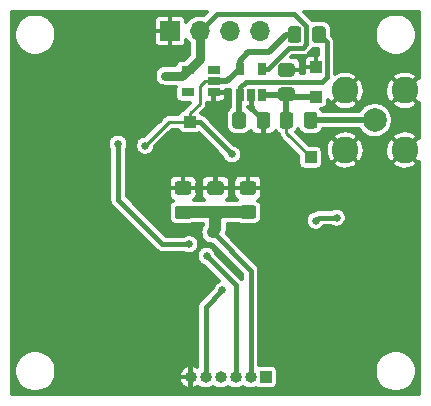
<source format=gbr>
%TF.GenerationSoftware,KiCad,Pcbnew,(5.1.9)-1*%
%TF.CreationDate,2021-02-07T19:09:25-06:00*%
%TF.ProjectId,nrg-control-box,6e72672d-636f-46e7-9472-6f6c2d626f78,B*%
%TF.SameCoordinates,Original*%
%TF.FileFunction,Copper,L2,Bot*%
%TF.FilePolarity,Positive*%
%FSLAX46Y46*%
G04 Gerber Fmt 4.6, Leading zero omitted, Abs format (unit mm)*
G04 Created by KiCad (PCBNEW (5.1.9)-1) date 2021-02-07 19:09:25*
%MOMM*%
%LPD*%
G01*
G04 APERTURE LIST*
%TA.AperFunction,SMDPad,CuDef*%
%ADD10R,1.000000X1.000000*%
%TD*%
%TA.AperFunction,ComponentPad*%
%ADD11C,2.000000*%
%TD*%
%TA.AperFunction,ComponentPad*%
%ADD12C,2.250000*%
%TD*%
%TA.AperFunction,ComponentPad*%
%ADD13R,1.000000X1.000000*%
%TD*%
%TA.AperFunction,ComponentPad*%
%ADD14O,1.000000X1.000000*%
%TD*%
%TA.AperFunction,SMDPad,CuDef*%
%ADD15R,0.650000X1.060000*%
%TD*%
%TA.AperFunction,SMDPad,CuDef*%
%ADD16R,1.060000X0.650000*%
%TD*%
%TA.AperFunction,ComponentPad*%
%ADD17R,1.700000X1.700000*%
%TD*%
%TA.AperFunction,ComponentPad*%
%ADD18O,1.700000X1.700000*%
%TD*%
%TA.AperFunction,ViaPad*%
%ADD19C,0.650000*%
%TD*%
%TA.AperFunction,ViaPad*%
%ADD20C,0.850000*%
%TD*%
%TA.AperFunction,Conductor*%
%ADD21C,0.400000*%
%TD*%
%TA.AperFunction,Conductor*%
%ADD22C,0.500000*%
%TD*%
%TA.AperFunction,Conductor*%
%ADD23C,0.250000*%
%TD*%
%TA.AperFunction,Conductor*%
%ADD24C,0.750000*%
%TD*%
%TA.AperFunction,Conductor*%
%ADD25C,1.000000*%
%TD*%
%TA.AperFunction,Conductor*%
%ADD26C,0.350000*%
%TD*%
%TA.AperFunction,Conductor*%
%ADD27C,0.100000*%
%TD*%
G04 APERTURE END LIST*
%TO.P,C1,2*%
%TO.N,GND*%
%TA.AperFunction,SMDPad,CuDef*%
G36*
G01*
X149200001Y-97575000D02*
X148299999Y-97575000D01*
G75*
G02*
X148050000Y-97325001I0J249999D01*
G01*
X148050000Y-96674999D01*
G75*
G02*
X148299999Y-96425000I249999J0D01*
G01*
X149200001Y-96425000D01*
G75*
G02*
X149450000Y-96674999I0J-249999D01*
G01*
X149450000Y-97325001D01*
G75*
G02*
X149200001Y-97575000I-249999J0D01*
G01*
G37*
%TD.AperFunction*%
%TO.P,C1,1*%
%TO.N,Net-(C1-Pad1)*%
%TA.AperFunction,SMDPad,CuDef*%
G36*
G01*
X149200001Y-99625000D02*
X148299999Y-99625000D01*
G75*
G02*
X148050000Y-99375001I0J249999D01*
G01*
X148050000Y-98724999D01*
G75*
G02*
X148299999Y-98475000I249999J0D01*
G01*
X149200001Y-98475000D01*
G75*
G02*
X149450000Y-98724999I0J-249999D01*
G01*
X149450000Y-99375001D01*
G75*
G02*
X149200001Y-99625000I-249999J0D01*
G01*
G37*
%TD.AperFunction*%
%TD*%
%TO.P,C2,1*%
%TO.N,GND*%
%TA.AperFunction,SMDPad,CuDef*%
G36*
G01*
X145049999Y-106400000D02*
X145950001Y-106400000D01*
G75*
G02*
X146200000Y-106649999I0J-249999D01*
G01*
X146200000Y-107300001D01*
G75*
G02*
X145950001Y-107550000I-249999J0D01*
G01*
X145049999Y-107550000D01*
G75*
G02*
X144800000Y-107300001I0J249999D01*
G01*
X144800000Y-106649999D01*
G75*
G02*
X145049999Y-106400000I249999J0D01*
G01*
G37*
%TD.AperFunction*%
%TO.P,C2,2*%
%TO.N,+3V3*%
%TA.AperFunction,SMDPad,CuDef*%
G36*
G01*
X145049999Y-108450000D02*
X145950001Y-108450000D01*
G75*
G02*
X146200000Y-108699999I0J-249999D01*
G01*
X146200000Y-109350001D01*
G75*
G02*
X145950001Y-109600000I-249999J0D01*
G01*
X145049999Y-109600000D01*
G75*
G02*
X144800000Y-109350001I0J249999D01*
G01*
X144800000Y-108699999D01*
G75*
G02*
X145049999Y-108450000I249999J0D01*
G01*
G37*
%TD.AperFunction*%
%TD*%
%TO.P,C3,1*%
%TO.N,+3V3*%
%TA.AperFunction,SMDPad,CuDef*%
G36*
G01*
X143200001Y-109625000D02*
X142299999Y-109625000D01*
G75*
G02*
X142050000Y-109375001I0J249999D01*
G01*
X142050000Y-108724999D01*
G75*
G02*
X142299999Y-108475000I249999J0D01*
G01*
X143200001Y-108475000D01*
G75*
G02*
X143450000Y-108724999I0J-249999D01*
G01*
X143450000Y-109375001D01*
G75*
G02*
X143200001Y-109625000I-249999J0D01*
G01*
G37*
%TD.AperFunction*%
%TO.P,C3,2*%
%TO.N,GND*%
%TA.AperFunction,SMDPad,CuDef*%
G36*
G01*
X143200001Y-107575000D02*
X142299999Y-107575000D01*
G75*
G02*
X142050000Y-107325001I0J249999D01*
G01*
X142050000Y-106674999D01*
G75*
G02*
X142299999Y-106425000I249999J0D01*
G01*
X143200001Y-106425000D01*
G75*
G02*
X143450000Y-106674999I0J-249999D01*
G01*
X143450000Y-107325001D01*
G75*
G02*
X143200001Y-107575000I-249999J0D01*
G01*
G37*
%TD.AperFunction*%
%TD*%
%TO.P,C4,2*%
%TO.N,+3V3*%
%TA.AperFunction,SMDPad,CuDef*%
G36*
G01*
X139549999Y-108475000D02*
X140450001Y-108475000D01*
G75*
G02*
X140700000Y-108724999I0J-249999D01*
G01*
X140700000Y-109375001D01*
G75*
G02*
X140450001Y-109625000I-249999J0D01*
G01*
X139549999Y-109625000D01*
G75*
G02*
X139300000Y-109375001I0J249999D01*
G01*
X139300000Y-108724999D01*
G75*
G02*
X139549999Y-108475000I249999J0D01*
G01*
G37*
%TD.AperFunction*%
%TO.P,C4,1*%
%TO.N,GND*%
%TA.AperFunction,SMDPad,CuDef*%
G36*
G01*
X139549999Y-106425000D02*
X140450001Y-106425000D01*
G75*
G02*
X140700000Y-106674999I0J-249999D01*
G01*
X140700000Y-107325001D01*
G75*
G02*
X140450001Y-107575000I-249999J0D01*
G01*
X139549999Y-107575000D01*
G75*
G02*
X139300000Y-107325001I0J249999D01*
G01*
X139300000Y-106674999D01*
G75*
G02*
X139549999Y-106425000I249999J0D01*
G01*
G37*
%TD.AperFunction*%
%TD*%
D10*
%TO.P,D2,1*%
%TO.N,Net-(C1-Pad1)*%
X151250000Y-99250000D03*
%TO.P,D2,2*%
%TO.N,GND*%
X151250000Y-96750000D03*
%TD*%
D11*
%TO.P,J2,1*%
%TO.N,Net-(D1-Pad1)*%
X156250000Y-101250000D03*
D12*
%TO.P,J2,2*%
%TO.N,GND*%
X158775000Y-98725000D03*
X153725000Y-98725000D03*
X153725000Y-103775000D03*
X158775000Y-103775000D03*
%TD*%
D13*
%TO.P,J3,1*%
%TO.N,ISP_MISO*%
X147000000Y-123000000D03*
D14*
%TO.P,J3,2*%
%TO.N,+3V3*%
X145730000Y-123000000D03*
%TO.P,J3,3*%
%TO.N,ISP_SCK*%
X144460000Y-123000000D03*
%TO.P,J3,4*%
%TO.N,ISP_MOSI*%
X143190000Y-123000000D03*
%TO.P,J3,5*%
%TO.N,ISP_RST*%
X141920000Y-123000000D03*
%TO.P,J3,6*%
%TO.N,GND*%
X140650000Y-123000000D03*
%TD*%
%TO.P,R3,1*%
%TO.N,Net-(C1-Pad1)*%
%TA.AperFunction,SMDPad,CuDef*%
G36*
G01*
X148175000Y-101700001D02*
X148175000Y-100799999D01*
G75*
G02*
X148424999Y-100550000I249999J0D01*
G01*
X149075001Y-100550000D01*
G75*
G02*
X149325000Y-100799999I0J-249999D01*
G01*
X149325000Y-101700001D01*
G75*
G02*
X149075001Y-101950000I-249999J0D01*
G01*
X148424999Y-101950000D01*
G75*
G02*
X148175000Y-101700001I0J249999D01*
G01*
G37*
%TD.AperFunction*%
%TO.P,R3,2*%
%TO.N,Net-(D1-Pad1)*%
%TA.AperFunction,SMDPad,CuDef*%
G36*
G01*
X150225000Y-101700001D02*
X150225000Y-100799999D01*
G75*
G02*
X150474999Y-100550000I249999J0D01*
G01*
X151125001Y-100550000D01*
G75*
G02*
X151375000Y-100799999I0J-249999D01*
G01*
X151375000Y-101700001D01*
G75*
G02*
X151125001Y-101950000I-249999J0D01*
G01*
X150474999Y-101950000D01*
G75*
G02*
X150225000Y-101700001I0J249999D01*
G01*
G37*
%TD.AperFunction*%
%TD*%
%TO.P,R4,1*%
%TO.N,Net-(R4-Pad1)*%
%TA.AperFunction,SMDPad,CuDef*%
G36*
G01*
X144175000Y-101700001D02*
X144175000Y-100799999D01*
G75*
G02*
X144424999Y-100550000I249999J0D01*
G01*
X145075001Y-100550000D01*
G75*
G02*
X145325000Y-100799999I0J-249999D01*
G01*
X145325000Y-101700001D01*
G75*
G02*
X145075001Y-101950000I-249999J0D01*
G01*
X144424999Y-101950000D01*
G75*
G02*
X144175000Y-101700001I0J249999D01*
G01*
G37*
%TD.AperFunction*%
%TO.P,R4,2*%
%TO.N,GND*%
%TA.AperFunction,SMDPad,CuDef*%
G36*
G01*
X146225000Y-101700001D02*
X146225000Y-100799999D01*
G75*
G02*
X146474999Y-100550000I249999J0D01*
G01*
X147125001Y-100550000D01*
G75*
G02*
X147375000Y-100799999I0J-249999D01*
G01*
X147375000Y-101700001D01*
G75*
G02*
X147125001Y-101950000I-249999J0D01*
G01*
X146474999Y-101950000D01*
G75*
G02*
X146225000Y-101700001I0J249999D01*
G01*
G37*
%TD.AperFunction*%
%TD*%
%TO.P,R5,2*%
%TO.N,Net-(R4-Pad1)*%
%TA.AperFunction,SMDPad,CuDef*%
G36*
G01*
X150925000Y-94450001D02*
X150925000Y-93549999D01*
G75*
G02*
X151174999Y-93300000I249999J0D01*
G01*
X151825001Y-93300000D01*
G75*
G02*
X152075000Y-93549999I0J-249999D01*
G01*
X152075000Y-94450001D01*
G75*
G02*
X151825001Y-94700000I-249999J0D01*
G01*
X151174999Y-94700000D01*
G75*
G02*
X150925000Y-94450001I0J249999D01*
G01*
G37*
%TD.AperFunction*%
%TO.P,R5,1*%
%TO.N,Net-(R5-Pad1)*%
%TA.AperFunction,SMDPad,CuDef*%
G36*
G01*
X148875000Y-94450001D02*
X148875000Y-93549999D01*
G75*
G02*
X149124999Y-93300000I249999J0D01*
G01*
X149775001Y-93300000D01*
G75*
G02*
X150025000Y-93549999I0J-249999D01*
G01*
X150025000Y-94450001D01*
G75*
G02*
X149775001Y-94700000I-249999J0D01*
G01*
X149124999Y-94700000D01*
G75*
G02*
X148875000Y-94450001I0J249999D01*
G01*
G37*
%TD.AperFunction*%
%TD*%
D15*
%TO.P,U1,5*%
%TO.N,+3V3*%
X146700000Y-96900000D03*
%TO.P,U1,4*%
%TO.N,Net-(R5-Pad1)*%
X144800000Y-96900000D03*
%TO.P,U1,3*%
%TO.N,Net-(R4-Pad1)*%
X144800000Y-99100000D03*
%TO.P,U1,2*%
%TO.N,GND*%
X145750000Y-99100000D03*
%TO.P,U1,1*%
%TO.N,Net-(C1-Pad1)*%
X146700000Y-99100000D03*
%TD*%
D16*
%TO.P,U2,1*%
%TO.N,Net-(U2-Pad1)*%
X142600000Y-97000000D03*
%TO.P,U2,2*%
%TO.N,Net-(R5-Pad1)*%
X142600000Y-97950000D03*
%TO.P,U2,3*%
%TO.N,GND*%
X142600000Y-98900000D03*
%TO.P,U2,4*%
%TO.N,Net-(TP3-Pad1)*%
X140400000Y-98900000D03*
%TO.P,U2,5*%
%TO.N,+3V3*%
X140400000Y-97000000D03*
%TD*%
D17*
%TO.P,J1,1*%
%TO.N,GND*%
X138900000Y-93700000D03*
D18*
%TO.P,J1,2*%
%TO.N,+3V3*%
X141440000Y-93700000D03*
%TO.P,J1,3*%
%TO.N,MCU_SCL*%
X143980000Y-93700000D03*
%TO.P,J1,4*%
%TO.N,MCU_SDA*%
X146520000Y-93700000D03*
%TD*%
D10*
%TO.P,TP1,1*%
%TO.N,Net-(C1-Pad1)*%
X150800000Y-104400000D03*
%TD*%
%TO.P,TP2,1*%
%TO.N,Net-(R5-Pad1)*%
X140600000Y-101400000D03*
%TD*%
D19*
%TO.N,GND*%
X125750000Y-97000000D03*
X125750000Y-98000000D03*
X125750000Y-99000000D03*
X125750000Y-100000000D03*
X125750000Y-101000000D03*
X125750000Y-102000000D03*
X125750000Y-105500000D03*
X125750000Y-106500000D03*
X125750000Y-107500000D03*
X125750000Y-108500000D03*
X125750000Y-109500000D03*
X125750000Y-119500000D03*
X125750000Y-118500000D03*
X125750000Y-117500000D03*
X125750000Y-116500000D03*
X125750000Y-115500000D03*
X125750000Y-114500000D03*
X125750000Y-113500000D03*
X130500000Y-124250000D03*
X131500000Y-124250000D03*
X132500000Y-124250000D03*
X133500000Y-124250000D03*
X136750000Y-124250000D03*
X137750000Y-124250000D03*
X138750000Y-124250000D03*
X155000000Y-124250000D03*
X154000000Y-124250000D03*
X153000000Y-124250000D03*
X152000000Y-124250000D03*
X151000000Y-124250000D03*
X150000000Y-124250000D03*
X149000000Y-124250000D03*
X159750000Y-119500000D03*
X159750000Y-118500000D03*
X159750000Y-117500000D03*
X159750000Y-116500000D03*
X159750000Y-115500000D03*
X159750000Y-114500000D03*
X159750000Y-113500000D03*
X159750000Y-112500000D03*
X159750000Y-111500000D03*
X159750000Y-110500000D03*
X159750000Y-109500000D03*
X159750000Y-108500000D03*
X159750000Y-107500000D03*
X159750000Y-106500000D03*
X159750000Y-105500000D03*
X159750000Y-97000000D03*
X155000000Y-92250000D03*
X154000000Y-92250000D03*
X153000000Y-92250000D03*
X152000000Y-92250000D03*
X130500000Y-92250000D03*
X131500000Y-92250000D03*
X132500000Y-92250000D03*
X133500000Y-92250000D03*
X134500000Y-92250000D03*
X135500000Y-92250000D03*
X136500000Y-92250000D03*
X137500000Y-107250000D03*
X138250000Y-108000000D03*
X137000000Y-108000000D03*
X137750000Y-108750000D03*
X142250000Y-100250000D03*
X140000000Y-105500000D03*
X141000000Y-105500000D03*
X144250000Y-105500000D03*
X145250000Y-105500000D03*
X146250000Y-105500000D03*
X147000000Y-106250000D03*
X145250000Y-111250000D03*
X146000000Y-110500000D03*
X148500000Y-108000000D03*
X147750000Y-108750000D03*
X147000000Y-109500000D03*
X133250000Y-118500000D03*
X134000000Y-117750000D03*
X134750000Y-117000000D03*
X135500000Y-116250000D03*
X136250000Y-115500000D03*
X151250000Y-95500000D03*
X143250000Y-100250000D03*
X138000000Y-101200000D03*
X138600000Y-100400000D03*
X138000000Y-99600000D03*
%TO.N,+3V3*%
X138500000Y-97500000D03*
D20*
X142500000Y-110750000D03*
D19*
%TO.N,VBUS*%
X134500000Y-103250000D03*
X140500000Y-111750000D03*
%TO.N,MCU_SDA*%
X153000000Y-109500000D03*
X151250000Y-109750000D03*
%TO.N,ISP_SCK*%
X142000000Y-112750000D03*
%TO.N,ISP_RST*%
X143340715Y-115659285D03*
%TO.N,Net-(R5-Pad1)*%
X136800000Y-103400000D03*
X144145000Y-104140000D03*
%TD*%
D21*
%TO.N,GND*%
X145750000Y-100200000D02*
X145750000Y-99100000D01*
X146800000Y-101250000D02*
X145750000Y-100200000D01*
D22*
%TO.N,Net-(C1-Pad1)*%
X148750000Y-101250000D02*
X148750000Y-99050000D01*
X148950000Y-99250000D02*
X148750000Y-99050000D01*
X151250000Y-99250000D02*
X148950000Y-99250000D01*
X148700000Y-99100000D02*
X148750000Y-99050000D01*
X146700000Y-99100000D02*
X148700000Y-99100000D01*
D23*
X148750000Y-101250000D02*
X148750000Y-101950000D01*
X148750000Y-102350000D02*
X150800000Y-104400000D01*
X148750000Y-101250000D02*
X148750000Y-102350000D01*
D24*
%TO.N,+3V3*%
X139900000Y-97500000D02*
X140400000Y-97000000D01*
X138500000Y-97500000D02*
X139900000Y-97500000D01*
X140400000Y-97000000D02*
X140500000Y-97000000D01*
X141440000Y-96060000D02*
X141440000Y-93700000D01*
X140500000Y-97000000D02*
X141440000Y-96060000D01*
D25*
X142750000Y-109050000D02*
X142750000Y-110500000D01*
X142750000Y-110500000D02*
X142500000Y-110750000D01*
X142750000Y-109050000D02*
X140000000Y-109050000D01*
X145475000Y-109050000D02*
X145500000Y-109025000D01*
X142750000Y-109050000D02*
X145475000Y-109050000D01*
D21*
X150425010Y-93280754D02*
X149394256Y-92250000D01*
X147155744Y-96900000D02*
X148955734Y-95100010D01*
X150144226Y-95100010D02*
X150425010Y-94819226D01*
X146700000Y-96900000D02*
X147155744Y-96900000D01*
X148955734Y-95100010D02*
X150144226Y-95100010D01*
X150425010Y-94819226D02*
X150425010Y-93280754D01*
X142890000Y-92250000D02*
X141440000Y-93700000D01*
X149394256Y-92250000D02*
X142890000Y-92250000D01*
X145730000Y-113980000D02*
X142500000Y-110750000D01*
X145730000Y-123000000D02*
X145730000Y-113980000D01*
%TO.N,VBUS*%
X134500000Y-103250000D02*
X134500000Y-108000000D01*
X134500000Y-108000000D02*
X138250000Y-111750000D01*
X138250000Y-111750000D02*
X140500000Y-111750000D01*
D22*
%TO.N,Net-(D1-Pad1)*%
X150800000Y-101250000D02*
X156250000Y-101250000D01*
D21*
%TO.N,MCU_SDA*%
X153000000Y-109500000D02*
X151500000Y-109500000D01*
X151500000Y-109500000D02*
X151250000Y-109750000D01*
%TO.N,ISP_SCK*%
X144460000Y-123000000D02*
X144460000Y-115210000D01*
X144460000Y-115210000D02*
X142000000Y-112750000D01*
%TO.N,ISP_RST*%
X141920000Y-117080000D02*
X141920000Y-123000000D01*
X143340715Y-115659285D02*
X141920000Y-117080000D01*
D22*
%TO.N,Net-(R4-Pad1)*%
X144750000Y-99150000D02*
X144800000Y-99100000D01*
X144750000Y-101250000D02*
X144750000Y-99150000D01*
D21*
X152150001Y-94650001D02*
X151500000Y-94000000D01*
X152150001Y-97570001D02*
X152150001Y-94650001D01*
X151744992Y-97975010D02*
X152150001Y-97570001D01*
X145299988Y-97975010D02*
X151744992Y-97975010D01*
X144800000Y-98474998D02*
X145299988Y-97975010D01*
X144800000Y-99100000D02*
X144800000Y-98474998D01*
D22*
%TO.N,Net-(R5-Pad1)*%
X143750000Y-97950000D02*
X144800000Y-96900000D01*
X142600000Y-97950000D02*
X143750000Y-97950000D01*
X149450000Y-94000000D02*
X148750000Y-94000000D01*
X148750000Y-94000000D02*
X147250000Y-95500000D01*
X147250000Y-95500000D02*
X145500000Y-95500000D01*
X144800000Y-96200000D02*
X144800000Y-96900000D01*
X145500000Y-95500000D02*
X144800000Y-96200000D01*
D23*
X140600000Y-100650000D02*
X141400000Y-99850000D01*
X140600000Y-101400000D02*
X140600000Y-100650000D01*
X141400000Y-98370000D02*
X141820000Y-97950000D01*
X141820000Y-97950000D02*
X142600000Y-97950000D01*
X141400000Y-99850000D02*
X141400000Y-98370000D01*
X140600000Y-101400000D02*
X138800000Y-101400000D01*
X138800000Y-101400000D02*
X136800000Y-103400000D01*
D21*
X141405000Y-101400000D02*
X140600000Y-101400000D01*
X144145000Y-104140000D02*
X141405000Y-101400000D01*
D23*
%TO.N,Net-(TP3-Pad1)*%
X140400000Y-98900000D02*
X140100000Y-98900000D01*
%TD*%
D26*
%TO.N,GND*%
X141754146Y-92360550D02*
X141575426Y-92325000D01*
X141304574Y-92325000D01*
X141038927Y-92377841D01*
X140788693Y-92481491D01*
X140563489Y-92631968D01*
X140371968Y-92823489D01*
X140277117Y-92965443D01*
X140277540Y-92850000D01*
X140267403Y-92747082D01*
X140237383Y-92648119D01*
X140188633Y-92556914D01*
X140123027Y-92476973D01*
X140043086Y-92411367D01*
X139951881Y-92362617D01*
X139852918Y-92332597D01*
X139750000Y-92322460D01*
X139056250Y-92325000D01*
X138925000Y-92456250D01*
X138925000Y-93675000D01*
X138945000Y-93675000D01*
X138945000Y-93725000D01*
X138925000Y-93725000D01*
X138925000Y-94943750D01*
X139056250Y-95075000D01*
X139750000Y-95077540D01*
X139852918Y-95067403D01*
X139951881Y-95037383D01*
X140043086Y-94988633D01*
X140123027Y-94923027D01*
X140188633Y-94843086D01*
X140237383Y-94751881D01*
X140267403Y-94652918D01*
X140277540Y-94550000D01*
X140277117Y-94434557D01*
X140371968Y-94576511D01*
X140540001Y-94744544D01*
X140540000Y-95687208D01*
X140079748Y-96147460D01*
X139870000Y-96147460D01*
X139767082Y-96157597D01*
X139668119Y-96187617D01*
X139576914Y-96236367D01*
X139496973Y-96301973D01*
X139431367Y-96381914D01*
X139382617Y-96473119D01*
X139352597Y-96572082D01*
X139349847Y-96600000D01*
X138455793Y-96600000D01*
X138323569Y-96613023D01*
X138153919Y-96664486D01*
X137997568Y-96748057D01*
X137860525Y-96860525D01*
X137748057Y-96997568D01*
X137664486Y-97153919D01*
X137613023Y-97323569D01*
X137595646Y-97500000D01*
X137613023Y-97676431D01*
X137664486Y-97846081D01*
X137748057Y-98002432D01*
X137860525Y-98139475D01*
X137997568Y-98251943D01*
X138153919Y-98335514D01*
X138323569Y-98386977D01*
X138455793Y-98400000D01*
X139374463Y-98400000D01*
X139352597Y-98472082D01*
X139342460Y-98575000D01*
X139342460Y-99225000D01*
X139352597Y-99327918D01*
X139382617Y-99426881D01*
X139431367Y-99518086D01*
X139496973Y-99598027D01*
X139576914Y-99663633D01*
X139668119Y-99712383D01*
X139767082Y-99742403D01*
X139870000Y-99752540D01*
X140578222Y-99752540D01*
X140162958Y-100167804D01*
X140138158Y-100188157D01*
X140117805Y-100212957D01*
X140117802Y-100212960D01*
X140056930Y-100287132D01*
X140006394Y-100381680D01*
X139997082Y-100382597D01*
X139898119Y-100412617D01*
X139806914Y-100461367D01*
X139726973Y-100526973D01*
X139661367Y-100606914D01*
X139612617Y-100698119D01*
X139596879Y-100750000D01*
X138831920Y-100750000D01*
X138799999Y-100746856D01*
X138768078Y-100750000D01*
X138768068Y-100750000D01*
X138672578Y-100759405D01*
X138550052Y-100796573D01*
X138437132Y-100856930D01*
X138437130Y-100856931D01*
X138437131Y-100856931D01*
X138362959Y-100917802D01*
X138362957Y-100917804D01*
X138338157Y-100938157D01*
X138317804Y-100962957D01*
X136730762Y-102550000D01*
X136716282Y-102550000D01*
X136552064Y-102582665D01*
X136397374Y-102646740D01*
X136258156Y-102739762D01*
X136139762Y-102858156D01*
X136046740Y-102997374D01*
X135982665Y-103152064D01*
X135950000Y-103316282D01*
X135950000Y-103483718D01*
X135982665Y-103647936D01*
X136046740Y-103802626D01*
X136139762Y-103941844D01*
X136258156Y-104060238D01*
X136397374Y-104153260D01*
X136552064Y-104217335D01*
X136716282Y-104250000D01*
X136883718Y-104250000D01*
X137047936Y-104217335D01*
X137202626Y-104153260D01*
X137341844Y-104060238D01*
X137460238Y-103941844D01*
X137553260Y-103802626D01*
X137617335Y-103647936D01*
X137650000Y-103483718D01*
X137650000Y-103469238D01*
X139069239Y-102050000D01*
X139596879Y-102050000D01*
X139612617Y-102101881D01*
X139661367Y-102193086D01*
X139726973Y-102273027D01*
X139806914Y-102338633D01*
X139898119Y-102387383D01*
X139997082Y-102417403D01*
X140100000Y-102427540D01*
X141100000Y-102427540D01*
X141202918Y-102417403D01*
X141301881Y-102387383D01*
X141344369Y-102364673D01*
X143317741Y-104338046D01*
X143327665Y-104387936D01*
X143391740Y-104542626D01*
X143484762Y-104681844D01*
X143603156Y-104800238D01*
X143742374Y-104893260D01*
X143897064Y-104957335D01*
X144061282Y-104990000D01*
X144228718Y-104990000D01*
X144392936Y-104957335D01*
X144547626Y-104893260D01*
X144686844Y-104800238D01*
X144805238Y-104681844D01*
X144898260Y-104542626D01*
X144962335Y-104387936D01*
X144995000Y-104223718D01*
X144995000Y-104056282D01*
X144962335Y-103892064D01*
X144898260Y-103737374D01*
X144805238Y-103598156D01*
X144686844Y-103479762D01*
X144547626Y-103386740D01*
X144392936Y-103322665D01*
X144343046Y-103312741D01*
X141942832Y-100912528D01*
X141920132Y-100884868D01*
X141809737Y-100794269D01*
X141683788Y-100726947D01*
X141587118Y-100697623D01*
X141546885Y-100622353D01*
X141837039Y-100332199D01*
X141861843Y-100311843D01*
X141922951Y-100237383D01*
X141943070Y-100212869D01*
X142003427Y-100099948D01*
X142040595Y-99977422D01*
X142041378Y-99969470D01*
X142050000Y-99881932D01*
X142050000Y-99881924D01*
X142053144Y-99850000D01*
X142050000Y-99818076D01*
X142050000Y-99750570D01*
X142070000Y-99752540D01*
X142443750Y-99750000D01*
X142575000Y-99618750D01*
X142575000Y-98925000D01*
X142625000Y-98925000D01*
X142625000Y-99618750D01*
X142756250Y-99750000D01*
X143130000Y-99752540D01*
X143232918Y-99742403D01*
X143331881Y-99712383D01*
X143423086Y-99663633D01*
X143503027Y-99598027D01*
X143568633Y-99518086D01*
X143617383Y-99426881D01*
X143647403Y-99327918D01*
X143657540Y-99225000D01*
X143655000Y-99056250D01*
X143523750Y-98925000D01*
X142625000Y-98925000D01*
X142575000Y-98925000D01*
X142555000Y-98925000D01*
X142555000Y-98875000D01*
X142575000Y-98875000D01*
X142575000Y-98855000D01*
X142625000Y-98855000D01*
X142625000Y-98875000D01*
X143523750Y-98875000D01*
X143655000Y-98743750D01*
X143655282Y-98725000D01*
X143711937Y-98725000D01*
X143750000Y-98728749D01*
X143788063Y-98725000D01*
X143788065Y-98725000D01*
X143901926Y-98713786D01*
X143947460Y-98699973D01*
X143947460Y-99630000D01*
X143957597Y-99732918D01*
X143975001Y-99790290D01*
X143975001Y-100168288D01*
X143875196Y-100250196D01*
X143778499Y-100368021D01*
X143706647Y-100502448D01*
X143662400Y-100648309D01*
X143647460Y-100799999D01*
X143647460Y-101700001D01*
X143662400Y-101851691D01*
X143706647Y-101997552D01*
X143778499Y-102131979D01*
X143875196Y-102249804D01*
X143993021Y-102346501D01*
X144127448Y-102418353D01*
X144273309Y-102462600D01*
X144424999Y-102477540D01*
X145075001Y-102477540D01*
X145226691Y-102462600D01*
X145372552Y-102418353D01*
X145506979Y-102346501D01*
X145624804Y-102249804D01*
X145721501Y-102131979D01*
X145727931Y-102119950D01*
X145737617Y-102151881D01*
X145786367Y-102243086D01*
X145851973Y-102323027D01*
X145931914Y-102388633D01*
X146023119Y-102437383D01*
X146122082Y-102467403D01*
X146225000Y-102477540D01*
X146643750Y-102475000D01*
X146775000Y-102343750D01*
X146775000Y-101275000D01*
X146755000Y-101275000D01*
X146755000Y-101225000D01*
X146775000Y-101225000D01*
X146775000Y-101205000D01*
X146825000Y-101205000D01*
X146825000Y-101225000D01*
X146845000Y-101225000D01*
X146845000Y-101275000D01*
X146825000Y-101275000D01*
X146825000Y-102343750D01*
X146956250Y-102475000D01*
X147375000Y-102477540D01*
X147477918Y-102467403D01*
X147576881Y-102437383D01*
X147668086Y-102388633D01*
X147748027Y-102323027D01*
X147813633Y-102243086D01*
X147835740Y-102201727D01*
X147875196Y-102249804D01*
X147993021Y-102346501D01*
X148102262Y-102404891D01*
X148109406Y-102477422D01*
X148146573Y-102599947D01*
X148206930Y-102712868D01*
X148267802Y-102787040D01*
X148267805Y-102787043D01*
X148288158Y-102811843D01*
X148312958Y-102832196D01*
X149772460Y-104291698D01*
X149772460Y-104900000D01*
X149782597Y-105002918D01*
X149812617Y-105101881D01*
X149861367Y-105193086D01*
X149926973Y-105273027D01*
X150006914Y-105338633D01*
X150098119Y-105387383D01*
X150197082Y-105417403D01*
X150300000Y-105427540D01*
X151300000Y-105427540D01*
X151402918Y-105417403D01*
X151501881Y-105387383D01*
X151593086Y-105338633D01*
X151673027Y-105273027D01*
X151738633Y-105193086D01*
X151787383Y-105101881D01*
X151817403Y-105002918D01*
X151827540Y-104900000D01*
X151827540Y-104872097D01*
X152663259Y-104872097D01*
X152770798Y-105130880D01*
X153053652Y-105290983D01*
X153362305Y-105392828D01*
X153684896Y-105432500D01*
X154009029Y-105408476D01*
X154322247Y-105321678D01*
X154612513Y-105175441D01*
X154679202Y-105130880D01*
X154786741Y-104872097D01*
X157713259Y-104872097D01*
X157820798Y-105130880D01*
X158103652Y-105290983D01*
X158412305Y-105392828D01*
X158734896Y-105432500D01*
X159059029Y-105408476D01*
X159372247Y-105321678D01*
X159662513Y-105175441D01*
X159729202Y-105130880D01*
X159836741Y-104872097D01*
X158775000Y-103810355D01*
X157713259Y-104872097D01*
X154786741Y-104872097D01*
X153725000Y-103810355D01*
X152663259Y-104872097D01*
X151827540Y-104872097D01*
X151827540Y-103900000D01*
X151817403Y-103797082D01*
X151798540Y-103734896D01*
X152067500Y-103734896D01*
X152091524Y-104059029D01*
X152178322Y-104372247D01*
X152324559Y-104662513D01*
X152369120Y-104729202D01*
X152627903Y-104836741D01*
X153689645Y-103775000D01*
X153760355Y-103775000D01*
X154822097Y-104836741D01*
X155080880Y-104729202D01*
X155240983Y-104446348D01*
X155342828Y-104137695D01*
X155382500Y-103815104D01*
X155376556Y-103734896D01*
X157117500Y-103734896D01*
X157141524Y-104059029D01*
X157228322Y-104372247D01*
X157374559Y-104662513D01*
X157419120Y-104729202D01*
X157677903Y-104836741D01*
X158739645Y-103775000D01*
X157677903Y-102713259D01*
X157419120Y-102820798D01*
X157259017Y-103103652D01*
X157157172Y-103412305D01*
X157117500Y-103734896D01*
X155376556Y-103734896D01*
X155358476Y-103490971D01*
X155271678Y-103177753D01*
X155125441Y-102887487D01*
X155080880Y-102820798D01*
X154822097Y-102713259D01*
X153760355Y-103775000D01*
X153689645Y-103775000D01*
X152627903Y-102713259D01*
X152369120Y-102820798D01*
X152209017Y-103103652D01*
X152107172Y-103412305D01*
X152067500Y-103734896D01*
X151798540Y-103734896D01*
X151787383Y-103698119D01*
X151738633Y-103606914D01*
X151673027Y-103526973D01*
X151593086Y-103461367D01*
X151501881Y-103412617D01*
X151402918Y-103382597D01*
X151300000Y-103372460D01*
X150691698Y-103372460D01*
X149997141Y-102677903D01*
X152663259Y-102677903D01*
X153725000Y-103739645D01*
X154786741Y-102677903D01*
X154679202Y-102419120D01*
X154396348Y-102259017D01*
X154087695Y-102157172D01*
X153765104Y-102117500D01*
X153440971Y-102141524D01*
X153127753Y-102228322D01*
X152837487Y-102374559D01*
X152770798Y-102419120D01*
X152663259Y-102677903D01*
X149997141Y-102677903D01*
X149594177Y-102274939D01*
X149624804Y-102249804D01*
X149721501Y-102131979D01*
X149775000Y-102031888D01*
X149828499Y-102131979D01*
X149925196Y-102249804D01*
X150043021Y-102346501D01*
X150177448Y-102418353D01*
X150323309Y-102462600D01*
X150474999Y-102477540D01*
X151125001Y-102477540D01*
X151276691Y-102462600D01*
X151422552Y-102418353D01*
X151556979Y-102346501D01*
X151674804Y-102249804D01*
X151771501Y-102131979D01*
X151828682Y-102025000D01*
X154933736Y-102025000D01*
X155065455Y-102222131D01*
X155277869Y-102434545D01*
X155527642Y-102601438D01*
X155805174Y-102716395D01*
X156099801Y-102775000D01*
X156400199Y-102775000D01*
X156694826Y-102716395D01*
X156787754Y-102677903D01*
X157713259Y-102677903D01*
X158775000Y-103739645D01*
X159836741Y-102677903D01*
X159729202Y-102419120D01*
X159446348Y-102259017D01*
X159137695Y-102157172D01*
X158815104Y-102117500D01*
X158490971Y-102141524D01*
X158177753Y-102228322D01*
X157887487Y-102374559D01*
X157820798Y-102419120D01*
X157713259Y-102677903D01*
X156787754Y-102677903D01*
X156972358Y-102601438D01*
X157222131Y-102434545D01*
X157434545Y-102222131D01*
X157601438Y-101972358D01*
X157716395Y-101694826D01*
X157775000Y-101400199D01*
X157775000Y-101099801D01*
X157716395Y-100805174D01*
X157601438Y-100527642D01*
X157434545Y-100277869D01*
X157222131Y-100065455D01*
X156972358Y-99898562D01*
X156787755Y-99822097D01*
X157713259Y-99822097D01*
X157820798Y-100080880D01*
X158103652Y-100240983D01*
X158412305Y-100342828D01*
X158734896Y-100382500D01*
X159059029Y-100358476D01*
X159372247Y-100271678D01*
X159662513Y-100125441D01*
X159729202Y-100080880D01*
X159836741Y-99822097D01*
X158775000Y-98760355D01*
X157713259Y-99822097D01*
X156787755Y-99822097D01*
X156694826Y-99783605D01*
X156400199Y-99725000D01*
X156099801Y-99725000D01*
X155805174Y-99783605D01*
X155527642Y-99898562D01*
X155277869Y-100065455D01*
X155065455Y-100277869D01*
X154933736Y-100475000D01*
X151828682Y-100475000D01*
X151771501Y-100368021D01*
X151697245Y-100277540D01*
X151750000Y-100277540D01*
X151852918Y-100267403D01*
X151951881Y-100237383D01*
X152043086Y-100188633D01*
X152123027Y-100123027D01*
X152188633Y-100043086D01*
X152237383Y-99951881D01*
X152267403Y-99852918D01*
X152270438Y-99822097D01*
X152663259Y-99822097D01*
X152770798Y-100080880D01*
X153053652Y-100240983D01*
X153362305Y-100342828D01*
X153684896Y-100382500D01*
X154009029Y-100358476D01*
X154322247Y-100271678D01*
X154612513Y-100125441D01*
X154679202Y-100080880D01*
X154786741Y-99822097D01*
X153725000Y-98760355D01*
X152663259Y-99822097D01*
X152270438Y-99822097D01*
X152277540Y-99750000D01*
X152277540Y-99519185D01*
X152324559Y-99612513D01*
X152369120Y-99679202D01*
X152627903Y-99786741D01*
X153689645Y-98725000D01*
X153760355Y-98725000D01*
X154822097Y-99786741D01*
X155080880Y-99679202D01*
X155240983Y-99396348D01*
X155342828Y-99087695D01*
X155382500Y-98765104D01*
X155376556Y-98684896D01*
X157117500Y-98684896D01*
X157141524Y-99009029D01*
X157228322Y-99322247D01*
X157374559Y-99612513D01*
X157419120Y-99679202D01*
X157677903Y-99786741D01*
X158739645Y-98725000D01*
X157677903Y-97663259D01*
X157419120Y-97770798D01*
X157259017Y-98053652D01*
X157157172Y-98362305D01*
X157117500Y-98684896D01*
X155376556Y-98684896D01*
X155358476Y-98440971D01*
X155271678Y-98127753D01*
X155125441Y-97837487D01*
X155080880Y-97770798D01*
X154822097Y-97663259D01*
X153760355Y-98725000D01*
X153689645Y-98725000D01*
X153675502Y-98710858D01*
X153710858Y-98675503D01*
X153725000Y-98689645D01*
X154786741Y-97627903D01*
X157713259Y-97627903D01*
X158775000Y-98689645D01*
X159836741Y-97627903D01*
X159729202Y-97369120D01*
X159446348Y-97209017D01*
X159137695Y-97107172D01*
X158815104Y-97067500D01*
X158490971Y-97091524D01*
X158177753Y-97178322D01*
X157887487Y-97324559D01*
X157820798Y-97369120D01*
X157713259Y-97627903D01*
X154786741Y-97627903D01*
X154679202Y-97369120D01*
X154396348Y-97209017D01*
X154087695Y-97107172D01*
X153765104Y-97067500D01*
X153440971Y-97091524D01*
X153127753Y-97178322D01*
X152875001Y-97305659D01*
X152875001Y-94685597D01*
X152878507Y-94650000D01*
X152875001Y-94614403D01*
X152875001Y-94614394D01*
X152864510Y-94507876D01*
X152823054Y-94371213D01*
X152755732Y-94245264D01*
X152665133Y-94134869D01*
X152637478Y-94112173D01*
X152602540Y-94077235D01*
X152602540Y-93825178D01*
X156225000Y-93825178D01*
X156225000Y-94174822D01*
X156293213Y-94517748D01*
X156427016Y-94840778D01*
X156621268Y-95131496D01*
X156868504Y-95378732D01*
X157159222Y-95572984D01*
X157482252Y-95706787D01*
X157825178Y-95775000D01*
X158174822Y-95775000D01*
X158517748Y-95706787D01*
X158840778Y-95572984D01*
X159131496Y-95378732D01*
X159378732Y-95131496D01*
X159572984Y-94840778D01*
X159706787Y-94517748D01*
X159775000Y-94174822D01*
X159775000Y-93825178D01*
X159706787Y-93482252D01*
X159572984Y-93159222D01*
X159378732Y-92868504D01*
X159131496Y-92621268D01*
X158840778Y-92427016D01*
X158517748Y-92293213D01*
X158174822Y-92225000D01*
X157825178Y-92225000D01*
X157482252Y-92293213D01*
X157159222Y-92427016D01*
X156868504Y-92621268D01*
X156621268Y-92868504D01*
X156427016Y-93159222D01*
X156293213Y-93482252D01*
X156225000Y-93825178D01*
X152602540Y-93825178D01*
X152602540Y-93549999D01*
X152587600Y-93398309D01*
X152543353Y-93252448D01*
X152471501Y-93118021D01*
X152374804Y-93000196D01*
X152256979Y-92903499D01*
X152122552Y-92831647D01*
X151976691Y-92787400D01*
X151825001Y-92772460D01*
X151174999Y-92772460D01*
X151023309Y-92787400D01*
X150971030Y-92803259D01*
X150962840Y-92793279D01*
X150962838Y-92793277D01*
X150940142Y-92765622D01*
X150912487Y-92742926D01*
X150219560Y-92050000D01*
X159950001Y-92050000D01*
X159950001Y-97695632D01*
X159872097Y-97663259D01*
X158810355Y-98725000D01*
X159872097Y-99786741D01*
X159950001Y-99754368D01*
X159950001Y-102745632D01*
X159872097Y-102713259D01*
X158810355Y-103775000D01*
X159872097Y-104836741D01*
X159950001Y-104804368D01*
X159950000Y-124450000D01*
X125550000Y-124450000D01*
X125550000Y-122325178D01*
X125725000Y-122325178D01*
X125725000Y-122674822D01*
X125793213Y-123017748D01*
X125927016Y-123340778D01*
X126121268Y-123631496D01*
X126368504Y-123878732D01*
X126659222Y-124072984D01*
X126982252Y-124206787D01*
X127325178Y-124275000D01*
X127674822Y-124275000D01*
X128017748Y-124206787D01*
X128340778Y-124072984D01*
X128631496Y-123878732D01*
X128878732Y-123631496D01*
X129072984Y-123340778D01*
X129137513Y-123184990D01*
X139641831Y-123184990D01*
X139697292Y-123378119D01*
X139789365Y-123556718D01*
X139914512Y-123713922D01*
X140067923Y-123843691D01*
X140243703Y-123941037D01*
X140435097Y-124002220D01*
X140465010Y-124008168D01*
X140625000Y-123893400D01*
X140625000Y-123025000D01*
X139756554Y-123025000D01*
X139641831Y-123184990D01*
X129137513Y-123184990D01*
X129206787Y-123017748D01*
X129247114Y-122815010D01*
X139641831Y-122815010D01*
X139756554Y-122975000D01*
X140625000Y-122975000D01*
X140625000Y-122106600D01*
X140465010Y-121991832D01*
X140435097Y-121997780D01*
X140243703Y-122058963D01*
X140067923Y-122156309D01*
X139914512Y-122286078D01*
X139789365Y-122443282D01*
X139697292Y-122621881D01*
X139641831Y-122815010D01*
X129247114Y-122815010D01*
X129275000Y-122674822D01*
X129275000Y-122325178D01*
X129206787Y-121982252D01*
X129072984Y-121659222D01*
X128878732Y-121368504D01*
X128631496Y-121121268D01*
X128340778Y-120927016D01*
X128017748Y-120793213D01*
X127674822Y-120725000D01*
X127325178Y-120725000D01*
X126982252Y-120793213D01*
X126659222Y-120927016D01*
X126368504Y-121121268D01*
X126121268Y-121368504D01*
X125927016Y-121659222D01*
X125793213Y-121982252D01*
X125725000Y-122325178D01*
X125550000Y-122325178D01*
X125550000Y-103166282D01*
X133650000Y-103166282D01*
X133650000Y-103333718D01*
X133682665Y-103497936D01*
X133746740Y-103652626D01*
X133775000Y-103694920D01*
X133775001Y-107964393D01*
X133771494Y-108000000D01*
X133775001Y-108035607D01*
X133785492Y-108142125D01*
X133795524Y-108175196D01*
X133826947Y-108278787D01*
X133894269Y-108404736D01*
X133962170Y-108487474D01*
X133962173Y-108487477D01*
X133984869Y-108515132D01*
X134012523Y-108537827D01*
X137712172Y-112237477D01*
X137734868Y-112265132D01*
X137762523Y-112287828D01*
X137762525Y-112287830D01*
X137832509Y-112345264D01*
X137845263Y-112355731D01*
X137971212Y-112423053D01*
X138107875Y-112464509D01*
X138214393Y-112475000D01*
X138214403Y-112475000D01*
X138250000Y-112478506D01*
X138285597Y-112475000D01*
X140055080Y-112475000D01*
X140097374Y-112503260D01*
X140252064Y-112567335D01*
X140416282Y-112600000D01*
X140583718Y-112600000D01*
X140747936Y-112567335D01*
X140902626Y-112503260D01*
X141041844Y-112410238D01*
X141160238Y-112291844D01*
X141253260Y-112152626D01*
X141317335Y-111997936D01*
X141350000Y-111833718D01*
X141350000Y-111666282D01*
X141317335Y-111502064D01*
X141253260Y-111347374D01*
X141160238Y-111208156D01*
X141041844Y-111089762D01*
X140902626Y-110996740D01*
X140747936Y-110932665D01*
X140583718Y-110900000D01*
X140416282Y-110900000D01*
X140252064Y-110932665D01*
X140097374Y-110996740D01*
X140055080Y-111025000D01*
X138550305Y-111025000D01*
X135225000Y-107699696D01*
X135225000Y-107575000D01*
X138772460Y-107575000D01*
X138782597Y-107677918D01*
X138812617Y-107776881D01*
X138861367Y-107868086D01*
X138926973Y-107948027D01*
X139006914Y-108013633D01*
X139098119Y-108062383D01*
X139130050Y-108072069D01*
X139118021Y-108078499D01*
X139000196Y-108175196D01*
X138903499Y-108293021D01*
X138831647Y-108427448D01*
X138787400Y-108573309D01*
X138772460Y-108724999D01*
X138772460Y-109375001D01*
X138787400Y-109526691D01*
X138831647Y-109672552D01*
X138903499Y-109806979D01*
X139000196Y-109924804D01*
X139118021Y-110021501D01*
X139252448Y-110093353D01*
X139398309Y-110137600D01*
X139549999Y-110152540D01*
X140450001Y-110152540D01*
X140601691Y-110137600D01*
X140747552Y-110093353D01*
X140781888Y-110075000D01*
X141725001Y-110075000D01*
X141725001Y-110078625D01*
X141643621Y-110177786D01*
X141548443Y-110355852D01*
X141489831Y-110549066D01*
X141470041Y-110750000D01*
X141489831Y-110950934D01*
X141548443Y-111144148D01*
X141643621Y-111322214D01*
X141771710Y-111478290D01*
X141927786Y-111606379D01*
X142105852Y-111701557D01*
X142299066Y-111760169D01*
X142500000Y-111779959D01*
X142504237Y-111779542D01*
X145005001Y-114280306D01*
X145005001Y-114731263D01*
X144975132Y-114694868D01*
X144947477Y-114672172D01*
X142827259Y-112551955D01*
X142817335Y-112502064D01*
X142753260Y-112347374D01*
X142660238Y-112208156D01*
X142541844Y-112089762D01*
X142402626Y-111996740D01*
X142247936Y-111932665D01*
X142083718Y-111900000D01*
X141916282Y-111900000D01*
X141752064Y-111932665D01*
X141597374Y-111996740D01*
X141458156Y-112089762D01*
X141339762Y-112208156D01*
X141246740Y-112347374D01*
X141182665Y-112502064D01*
X141150000Y-112666282D01*
X141150000Y-112833718D01*
X141182665Y-112997936D01*
X141246740Y-113152626D01*
X141339762Y-113291844D01*
X141458156Y-113410238D01*
X141597374Y-113503260D01*
X141752064Y-113567335D01*
X141801955Y-113577259D01*
X143074300Y-114849604D01*
X142938089Y-114906025D01*
X142798871Y-114999047D01*
X142680477Y-115117441D01*
X142587455Y-115256659D01*
X142523380Y-115411349D01*
X142513456Y-115461239D01*
X141432524Y-116542172D01*
X141404868Y-116564869D01*
X141314269Y-116675264D01*
X141246947Y-116801213D01*
X141205491Y-116937876D01*
X141195000Y-117044394D01*
X141195000Y-117044403D01*
X141191494Y-117080000D01*
X141195000Y-117115597D01*
X141195001Y-122135776D01*
X141056297Y-122058963D01*
X140864903Y-121997780D01*
X140834990Y-121991832D01*
X140675000Y-122106600D01*
X140675000Y-122975000D01*
X140695000Y-122975000D01*
X140695000Y-123025000D01*
X140675000Y-123025000D01*
X140675000Y-123893400D01*
X140834990Y-124008168D01*
X140864903Y-124002220D01*
X141056297Y-123941037D01*
X141232077Y-123843691D01*
X141278699Y-123804254D01*
X141434480Y-123908344D01*
X141621018Y-123985610D01*
X141819046Y-124025000D01*
X142020954Y-124025000D01*
X142218982Y-123985610D01*
X142405520Y-123908344D01*
X142555000Y-123808465D01*
X142704480Y-123908344D01*
X142891018Y-123985610D01*
X143089046Y-124025000D01*
X143290954Y-124025000D01*
X143488982Y-123985610D01*
X143675520Y-123908344D01*
X143825000Y-123808465D01*
X143974480Y-123908344D01*
X144161018Y-123985610D01*
X144359046Y-124025000D01*
X144560954Y-124025000D01*
X144758982Y-123985610D01*
X144945520Y-123908344D01*
X145095000Y-123808465D01*
X145244480Y-123908344D01*
X145431018Y-123985610D01*
X145629046Y-124025000D01*
X145830954Y-124025000D01*
X146028982Y-123985610D01*
X146185273Y-123920873D01*
X146206914Y-123938633D01*
X146298119Y-123987383D01*
X146397082Y-124017403D01*
X146500000Y-124027540D01*
X147500000Y-124027540D01*
X147602918Y-124017403D01*
X147701881Y-123987383D01*
X147793086Y-123938633D01*
X147873027Y-123873027D01*
X147938633Y-123793086D01*
X147987383Y-123701881D01*
X148017403Y-123602918D01*
X148027540Y-123500000D01*
X148027540Y-122500000D01*
X148017403Y-122397082D01*
X147995592Y-122325178D01*
X156225000Y-122325178D01*
X156225000Y-122674822D01*
X156293213Y-123017748D01*
X156427016Y-123340778D01*
X156621268Y-123631496D01*
X156868504Y-123878732D01*
X157159222Y-124072984D01*
X157482252Y-124206787D01*
X157825178Y-124275000D01*
X158174822Y-124275000D01*
X158517748Y-124206787D01*
X158840778Y-124072984D01*
X159131496Y-123878732D01*
X159378732Y-123631496D01*
X159572984Y-123340778D01*
X159706787Y-123017748D01*
X159775000Y-122674822D01*
X159775000Y-122325178D01*
X159706787Y-121982252D01*
X159572984Y-121659222D01*
X159378732Y-121368504D01*
X159131496Y-121121268D01*
X158840778Y-120927016D01*
X158517748Y-120793213D01*
X158174822Y-120725000D01*
X157825178Y-120725000D01*
X157482252Y-120793213D01*
X157159222Y-120927016D01*
X156868504Y-121121268D01*
X156621268Y-121368504D01*
X156427016Y-121659222D01*
X156293213Y-121982252D01*
X156225000Y-122325178D01*
X147995592Y-122325178D01*
X147987383Y-122298119D01*
X147938633Y-122206914D01*
X147873027Y-122126973D01*
X147793086Y-122061367D01*
X147701881Y-122012617D01*
X147602918Y-121982597D01*
X147500000Y-121972460D01*
X146500000Y-121972460D01*
X146455000Y-121976892D01*
X146455000Y-114015597D01*
X146458506Y-113980000D01*
X146455000Y-113944403D01*
X146455000Y-113944393D01*
X146444509Y-113837875D01*
X146403053Y-113701212D01*
X146335731Y-113575263D01*
X146245132Y-113464868D01*
X146217477Y-113442172D01*
X143690375Y-110915071D01*
X143701558Y-110894148D01*
X143760169Y-110700935D01*
X143775000Y-110550351D01*
X143775000Y-110550341D01*
X143779958Y-110500001D01*
X143775000Y-110449661D01*
X143775000Y-110075000D01*
X144774360Y-110075000D01*
X144898309Y-110112600D01*
X145049999Y-110127540D01*
X145950001Y-110127540D01*
X146101691Y-110112600D01*
X146247552Y-110068353D01*
X146381979Y-109996501D01*
X146499804Y-109899804D01*
X146596501Y-109781979D01*
X146658341Y-109666282D01*
X150400000Y-109666282D01*
X150400000Y-109833718D01*
X150432665Y-109997936D01*
X150496740Y-110152626D01*
X150589762Y-110291844D01*
X150708156Y-110410238D01*
X150847374Y-110503260D01*
X151002064Y-110567335D01*
X151166282Y-110600000D01*
X151333718Y-110600000D01*
X151497936Y-110567335D01*
X151652626Y-110503260D01*
X151791844Y-110410238D01*
X151910238Y-110291844D01*
X151954901Y-110225000D01*
X152555080Y-110225000D01*
X152597374Y-110253260D01*
X152752064Y-110317335D01*
X152916282Y-110350000D01*
X153083718Y-110350000D01*
X153247936Y-110317335D01*
X153402626Y-110253260D01*
X153541844Y-110160238D01*
X153660238Y-110041844D01*
X153753260Y-109902626D01*
X153817335Y-109747936D01*
X153850000Y-109583718D01*
X153850000Y-109416282D01*
X153817335Y-109252064D01*
X153753260Y-109097374D01*
X153660238Y-108958156D01*
X153541844Y-108839762D01*
X153402626Y-108746740D01*
X153247936Y-108682665D01*
X153083718Y-108650000D01*
X152916282Y-108650000D01*
X152752064Y-108682665D01*
X152597374Y-108746740D01*
X152555080Y-108775000D01*
X151535596Y-108775000D01*
X151499999Y-108771494D01*
X151464402Y-108775000D01*
X151464393Y-108775000D01*
X151357875Y-108785491D01*
X151221212Y-108826947D01*
X151095263Y-108894269D01*
X151063326Y-108920479D01*
X151002064Y-108932665D01*
X150847374Y-108996740D01*
X150708156Y-109089762D01*
X150589762Y-109208156D01*
X150496740Y-109347374D01*
X150432665Y-109502064D01*
X150400000Y-109666282D01*
X146658341Y-109666282D01*
X146668353Y-109647552D01*
X146712600Y-109501691D01*
X146727540Y-109350001D01*
X146727540Y-108699999D01*
X146712600Y-108548309D01*
X146668353Y-108402448D01*
X146596501Y-108268021D01*
X146499804Y-108150196D01*
X146381979Y-108053499D01*
X146369950Y-108047069D01*
X146401881Y-108037383D01*
X146493086Y-107988633D01*
X146573027Y-107923027D01*
X146638633Y-107843086D01*
X146687383Y-107751881D01*
X146717403Y-107652918D01*
X146727540Y-107550000D01*
X146725000Y-107131250D01*
X146593750Y-107000000D01*
X145525000Y-107000000D01*
X145525000Y-107020000D01*
X145475000Y-107020000D01*
X145475000Y-107000000D01*
X144406250Y-107000000D01*
X144275000Y-107131250D01*
X144272460Y-107550000D01*
X144282597Y-107652918D01*
X144312617Y-107751881D01*
X144361367Y-107843086D01*
X144426973Y-107923027D01*
X144506914Y-107988633D01*
X144574952Y-108025000D01*
X143721820Y-108025000D01*
X143743086Y-108013633D01*
X143823027Y-107948027D01*
X143888633Y-107868086D01*
X143937383Y-107776881D01*
X143967403Y-107677918D01*
X143977540Y-107575000D01*
X143975000Y-107156250D01*
X143843750Y-107025000D01*
X142775000Y-107025000D01*
X142775000Y-107045000D01*
X142725000Y-107045000D01*
X142725000Y-107025000D01*
X141656250Y-107025000D01*
X141525000Y-107156250D01*
X141522460Y-107575000D01*
X141532597Y-107677918D01*
X141562617Y-107776881D01*
X141611367Y-107868086D01*
X141676973Y-107948027D01*
X141756914Y-108013633D01*
X141778180Y-108025000D01*
X140971820Y-108025000D01*
X140993086Y-108013633D01*
X141073027Y-107948027D01*
X141138633Y-107868086D01*
X141187383Y-107776881D01*
X141217403Y-107677918D01*
X141227540Y-107575000D01*
X141225000Y-107156250D01*
X141093750Y-107025000D01*
X140025000Y-107025000D01*
X140025000Y-107045000D01*
X139975000Y-107045000D01*
X139975000Y-107025000D01*
X138906250Y-107025000D01*
X138775000Y-107156250D01*
X138772460Y-107575000D01*
X135225000Y-107575000D01*
X135225000Y-106425000D01*
X138772460Y-106425000D01*
X138775000Y-106843750D01*
X138906250Y-106975000D01*
X139975000Y-106975000D01*
X139975000Y-106031250D01*
X140025000Y-106031250D01*
X140025000Y-106975000D01*
X141093750Y-106975000D01*
X141225000Y-106843750D01*
X141227540Y-106425000D01*
X141522460Y-106425000D01*
X141525000Y-106843750D01*
X141656250Y-106975000D01*
X142725000Y-106975000D01*
X142725000Y-106031250D01*
X142775000Y-106031250D01*
X142775000Y-106975000D01*
X143843750Y-106975000D01*
X143975000Y-106843750D01*
X143977540Y-106425000D01*
X143975078Y-106400000D01*
X144272460Y-106400000D01*
X144275000Y-106818750D01*
X144406250Y-106950000D01*
X145475000Y-106950000D01*
X145475000Y-106006250D01*
X145525000Y-106006250D01*
X145525000Y-106950000D01*
X146593750Y-106950000D01*
X146725000Y-106818750D01*
X146727540Y-106400000D01*
X146717403Y-106297082D01*
X146687383Y-106198119D01*
X146638633Y-106106914D01*
X146573027Y-106026973D01*
X146493086Y-105961367D01*
X146401881Y-105912617D01*
X146302918Y-105882597D01*
X146200000Y-105872460D01*
X145656250Y-105875000D01*
X145525000Y-106006250D01*
X145475000Y-106006250D01*
X145343750Y-105875000D01*
X144800000Y-105872460D01*
X144697082Y-105882597D01*
X144598119Y-105912617D01*
X144506914Y-105961367D01*
X144426973Y-106026973D01*
X144361367Y-106106914D01*
X144312617Y-106198119D01*
X144282597Y-106297082D01*
X144272460Y-106400000D01*
X143975078Y-106400000D01*
X143967403Y-106322082D01*
X143937383Y-106223119D01*
X143888633Y-106131914D01*
X143823027Y-106051973D01*
X143743086Y-105986367D01*
X143651881Y-105937617D01*
X143552918Y-105907597D01*
X143450000Y-105897460D01*
X142906250Y-105900000D01*
X142775000Y-106031250D01*
X142725000Y-106031250D01*
X142593750Y-105900000D01*
X142050000Y-105897460D01*
X141947082Y-105907597D01*
X141848119Y-105937617D01*
X141756914Y-105986367D01*
X141676973Y-106051973D01*
X141611367Y-106131914D01*
X141562617Y-106223119D01*
X141532597Y-106322082D01*
X141522460Y-106425000D01*
X141227540Y-106425000D01*
X141217403Y-106322082D01*
X141187383Y-106223119D01*
X141138633Y-106131914D01*
X141073027Y-106051973D01*
X140993086Y-105986367D01*
X140901881Y-105937617D01*
X140802918Y-105907597D01*
X140700000Y-105897460D01*
X140156250Y-105900000D01*
X140025000Y-106031250D01*
X139975000Y-106031250D01*
X139843750Y-105900000D01*
X139300000Y-105897460D01*
X139197082Y-105907597D01*
X139098119Y-105937617D01*
X139006914Y-105986367D01*
X138926973Y-106051973D01*
X138861367Y-106131914D01*
X138812617Y-106223119D01*
X138782597Y-106322082D01*
X138772460Y-106425000D01*
X135225000Y-106425000D01*
X135225000Y-103694920D01*
X135253260Y-103652626D01*
X135317335Y-103497936D01*
X135350000Y-103333718D01*
X135350000Y-103166282D01*
X135317335Y-103002064D01*
X135253260Y-102847374D01*
X135160238Y-102708156D01*
X135041844Y-102589762D01*
X134902626Y-102496740D01*
X134747936Y-102432665D01*
X134583718Y-102400000D01*
X134416282Y-102400000D01*
X134252064Y-102432665D01*
X134097374Y-102496740D01*
X133958156Y-102589762D01*
X133839762Y-102708156D01*
X133746740Y-102847374D01*
X133682665Y-103002064D01*
X133650000Y-103166282D01*
X125550000Y-103166282D01*
X125550000Y-93825178D01*
X125725000Y-93825178D01*
X125725000Y-94174822D01*
X125793213Y-94517748D01*
X125927016Y-94840778D01*
X126121268Y-95131496D01*
X126368504Y-95378732D01*
X126659222Y-95572984D01*
X126982252Y-95706787D01*
X127325178Y-95775000D01*
X127674822Y-95775000D01*
X128017748Y-95706787D01*
X128340778Y-95572984D01*
X128631496Y-95378732D01*
X128878732Y-95131496D01*
X129072984Y-94840778D01*
X129193427Y-94550000D01*
X137522460Y-94550000D01*
X137532597Y-94652918D01*
X137562617Y-94751881D01*
X137611367Y-94843086D01*
X137676973Y-94923027D01*
X137756914Y-94988633D01*
X137848119Y-95037383D01*
X137947082Y-95067403D01*
X138050000Y-95077540D01*
X138743750Y-95075000D01*
X138875000Y-94943750D01*
X138875000Y-93725000D01*
X137656250Y-93725000D01*
X137525000Y-93856250D01*
X137522460Y-94550000D01*
X129193427Y-94550000D01*
X129206787Y-94517748D01*
X129275000Y-94174822D01*
X129275000Y-93825178D01*
X129206787Y-93482252D01*
X129072984Y-93159222D01*
X128878732Y-92868504D01*
X128860228Y-92850000D01*
X137522460Y-92850000D01*
X137525000Y-93543750D01*
X137656250Y-93675000D01*
X138875000Y-93675000D01*
X138875000Y-92456250D01*
X138743750Y-92325000D01*
X138050000Y-92322460D01*
X137947082Y-92332597D01*
X137848119Y-92362617D01*
X137756914Y-92411367D01*
X137676973Y-92476973D01*
X137611367Y-92556914D01*
X137562617Y-92648119D01*
X137532597Y-92747082D01*
X137522460Y-92850000D01*
X128860228Y-92850000D01*
X128631496Y-92621268D01*
X128340778Y-92427016D01*
X128017748Y-92293213D01*
X127674822Y-92225000D01*
X127325178Y-92225000D01*
X126982252Y-92293213D01*
X126659222Y-92427016D01*
X126368504Y-92621268D01*
X126121268Y-92868504D01*
X125927016Y-93159222D01*
X125793213Y-93482252D01*
X125725000Y-93825178D01*
X125550000Y-93825178D01*
X125550000Y-92050000D01*
X142064695Y-92050000D01*
X141754146Y-92360550D01*
%TA.AperFunction,Conductor*%
D27*
G36*
X141754146Y-92360550D02*
G01*
X141575426Y-92325000D01*
X141304574Y-92325000D01*
X141038927Y-92377841D01*
X140788693Y-92481491D01*
X140563489Y-92631968D01*
X140371968Y-92823489D01*
X140277117Y-92965443D01*
X140277540Y-92850000D01*
X140267403Y-92747082D01*
X140237383Y-92648119D01*
X140188633Y-92556914D01*
X140123027Y-92476973D01*
X140043086Y-92411367D01*
X139951881Y-92362617D01*
X139852918Y-92332597D01*
X139750000Y-92322460D01*
X139056250Y-92325000D01*
X138925000Y-92456250D01*
X138925000Y-93675000D01*
X138945000Y-93675000D01*
X138945000Y-93725000D01*
X138925000Y-93725000D01*
X138925000Y-94943750D01*
X139056250Y-95075000D01*
X139750000Y-95077540D01*
X139852918Y-95067403D01*
X139951881Y-95037383D01*
X140043086Y-94988633D01*
X140123027Y-94923027D01*
X140188633Y-94843086D01*
X140237383Y-94751881D01*
X140267403Y-94652918D01*
X140277540Y-94550000D01*
X140277117Y-94434557D01*
X140371968Y-94576511D01*
X140540001Y-94744544D01*
X140540000Y-95687208D01*
X140079748Y-96147460D01*
X139870000Y-96147460D01*
X139767082Y-96157597D01*
X139668119Y-96187617D01*
X139576914Y-96236367D01*
X139496973Y-96301973D01*
X139431367Y-96381914D01*
X139382617Y-96473119D01*
X139352597Y-96572082D01*
X139349847Y-96600000D01*
X138455793Y-96600000D01*
X138323569Y-96613023D01*
X138153919Y-96664486D01*
X137997568Y-96748057D01*
X137860525Y-96860525D01*
X137748057Y-96997568D01*
X137664486Y-97153919D01*
X137613023Y-97323569D01*
X137595646Y-97500000D01*
X137613023Y-97676431D01*
X137664486Y-97846081D01*
X137748057Y-98002432D01*
X137860525Y-98139475D01*
X137997568Y-98251943D01*
X138153919Y-98335514D01*
X138323569Y-98386977D01*
X138455793Y-98400000D01*
X139374463Y-98400000D01*
X139352597Y-98472082D01*
X139342460Y-98575000D01*
X139342460Y-99225000D01*
X139352597Y-99327918D01*
X139382617Y-99426881D01*
X139431367Y-99518086D01*
X139496973Y-99598027D01*
X139576914Y-99663633D01*
X139668119Y-99712383D01*
X139767082Y-99742403D01*
X139870000Y-99752540D01*
X140578222Y-99752540D01*
X140162958Y-100167804D01*
X140138158Y-100188157D01*
X140117805Y-100212957D01*
X140117802Y-100212960D01*
X140056930Y-100287132D01*
X140006394Y-100381680D01*
X139997082Y-100382597D01*
X139898119Y-100412617D01*
X139806914Y-100461367D01*
X139726973Y-100526973D01*
X139661367Y-100606914D01*
X139612617Y-100698119D01*
X139596879Y-100750000D01*
X138831920Y-100750000D01*
X138799999Y-100746856D01*
X138768078Y-100750000D01*
X138768068Y-100750000D01*
X138672578Y-100759405D01*
X138550052Y-100796573D01*
X138437132Y-100856930D01*
X138437130Y-100856931D01*
X138437131Y-100856931D01*
X138362959Y-100917802D01*
X138362957Y-100917804D01*
X138338157Y-100938157D01*
X138317804Y-100962957D01*
X136730762Y-102550000D01*
X136716282Y-102550000D01*
X136552064Y-102582665D01*
X136397374Y-102646740D01*
X136258156Y-102739762D01*
X136139762Y-102858156D01*
X136046740Y-102997374D01*
X135982665Y-103152064D01*
X135950000Y-103316282D01*
X135950000Y-103483718D01*
X135982665Y-103647936D01*
X136046740Y-103802626D01*
X136139762Y-103941844D01*
X136258156Y-104060238D01*
X136397374Y-104153260D01*
X136552064Y-104217335D01*
X136716282Y-104250000D01*
X136883718Y-104250000D01*
X137047936Y-104217335D01*
X137202626Y-104153260D01*
X137341844Y-104060238D01*
X137460238Y-103941844D01*
X137553260Y-103802626D01*
X137617335Y-103647936D01*
X137650000Y-103483718D01*
X137650000Y-103469238D01*
X139069239Y-102050000D01*
X139596879Y-102050000D01*
X139612617Y-102101881D01*
X139661367Y-102193086D01*
X139726973Y-102273027D01*
X139806914Y-102338633D01*
X139898119Y-102387383D01*
X139997082Y-102417403D01*
X140100000Y-102427540D01*
X141100000Y-102427540D01*
X141202918Y-102417403D01*
X141301881Y-102387383D01*
X141344369Y-102364673D01*
X143317741Y-104338046D01*
X143327665Y-104387936D01*
X143391740Y-104542626D01*
X143484762Y-104681844D01*
X143603156Y-104800238D01*
X143742374Y-104893260D01*
X143897064Y-104957335D01*
X144061282Y-104990000D01*
X144228718Y-104990000D01*
X144392936Y-104957335D01*
X144547626Y-104893260D01*
X144686844Y-104800238D01*
X144805238Y-104681844D01*
X144898260Y-104542626D01*
X144962335Y-104387936D01*
X144995000Y-104223718D01*
X144995000Y-104056282D01*
X144962335Y-103892064D01*
X144898260Y-103737374D01*
X144805238Y-103598156D01*
X144686844Y-103479762D01*
X144547626Y-103386740D01*
X144392936Y-103322665D01*
X144343046Y-103312741D01*
X141942832Y-100912528D01*
X141920132Y-100884868D01*
X141809737Y-100794269D01*
X141683788Y-100726947D01*
X141587118Y-100697623D01*
X141546885Y-100622353D01*
X141837039Y-100332199D01*
X141861843Y-100311843D01*
X141922951Y-100237383D01*
X141943070Y-100212869D01*
X142003427Y-100099948D01*
X142040595Y-99977422D01*
X142041378Y-99969470D01*
X142050000Y-99881932D01*
X142050000Y-99881924D01*
X142053144Y-99850000D01*
X142050000Y-99818076D01*
X142050000Y-99750570D01*
X142070000Y-99752540D01*
X142443750Y-99750000D01*
X142575000Y-99618750D01*
X142575000Y-98925000D01*
X142625000Y-98925000D01*
X142625000Y-99618750D01*
X142756250Y-99750000D01*
X143130000Y-99752540D01*
X143232918Y-99742403D01*
X143331881Y-99712383D01*
X143423086Y-99663633D01*
X143503027Y-99598027D01*
X143568633Y-99518086D01*
X143617383Y-99426881D01*
X143647403Y-99327918D01*
X143657540Y-99225000D01*
X143655000Y-99056250D01*
X143523750Y-98925000D01*
X142625000Y-98925000D01*
X142575000Y-98925000D01*
X142555000Y-98925000D01*
X142555000Y-98875000D01*
X142575000Y-98875000D01*
X142575000Y-98855000D01*
X142625000Y-98855000D01*
X142625000Y-98875000D01*
X143523750Y-98875000D01*
X143655000Y-98743750D01*
X143655282Y-98725000D01*
X143711937Y-98725000D01*
X143750000Y-98728749D01*
X143788063Y-98725000D01*
X143788065Y-98725000D01*
X143901926Y-98713786D01*
X143947460Y-98699973D01*
X143947460Y-99630000D01*
X143957597Y-99732918D01*
X143975001Y-99790290D01*
X143975001Y-100168288D01*
X143875196Y-100250196D01*
X143778499Y-100368021D01*
X143706647Y-100502448D01*
X143662400Y-100648309D01*
X143647460Y-100799999D01*
X143647460Y-101700001D01*
X143662400Y-101851691D01*
X143706647Y-101997552D01*
X143778499Y-102131979D01*
X143875196Y-102249804D01*
X143993021Y-102346501D01*
X144127448Y-102418353D01*
X144273309Y-102462600D01*
X144424999Y-102477540D01*
X145075001Y-102477540D01*
X145226691Y-102462600D01*
X145372552Y-102418353D01*
X145506979Y-102346501D01*
X145624804Y-102249804D01*
X145721501Y-102131979D01*
X145727931Y-102119950D01*
X145737617Y-102151881D01*
X145786367Y-102243086D01*
X145851973Y-102323027D01*
X145931914Y-102388633D01*
X146023119Y-102437383D01*
X146122082Y-102467403D01*
X146225000Y-102477540D01*
X146643750Y-102475000D01*
X146775000Y-102343750D01*
X146775000Y-101275000D01*
X146755000Y-101275000D01*
X146755000Y-101225000D01*
X146775000Y-101225000D01*
X146775000Y-101205000D01*
X146825000Y-101205000D01*
X146825000Y-101225000D01*
X146845000Y-101225000D01*
X146845000Y-101275000D01*
X146825000Y-101275000D01*
X146825000Y-102343750D01*
X146956250Y-102475000D01*
X147375000Y-102477540D01*
X147477918Y-102467403D01*
X147576881Y-102437383D01*
X147668086Y-102388633D01*
X147748027Y-102323027D01*
X147813633Y-102243086D01*
X147835740Y-102201727D01*
X147875196Y-102249804D01*
X147993021Y-102346501D01*
X148102262Y-102404891D01*
X148109406Y-102477422D01*
X148146573Y-102599947D01*
X148206930Y-102712868D01*
X148267802Y-102787040D01*
X148267805Y-102787043D01*
X148288158Y-102811843D01*
X148312958Y-102832196D01*
X149772460Y-104291698D01*
X149772460Y-104900000D01*
X149782597Y-105002918D01*
X149812617Y-105101881D01*
X149861367Y-105193086D01*
X149926973Y-105273027D01*
X150006914Y-105338633D01*
X150098119Y-105387383D01*
X150197082Y-105417403D01*
X150300000Y-105427540D01*
X151300000Y-105427540D01*
X151402918Y-105417403D01*
X151501881Y-105387383D01*
X151593086Y-105338633D01*
X151673027Y-105273027D01*
X151738633Y-105193086D01*
X151787383Y-105101881D01*
X151817403Y-105002918D01*
X151827540Y-104900000D01*
X151827540Y-104872097D01*
X152663259Y-104872097D01*
X152770798Y-105130880D01*
X153053652Y-105290983D01*
X153362305Y-105392828D01*
X153684896Y-105432500D01*
X154009029Y-105408476D01*
X154322247Y-105321678D01*
X154612513Y-105175441D01*
X154679202Y-105130880D01*
X154786741Y-104872097D01*
X157713259Y-104872097D01*
X157820798Y-105130880D01*
X158103652Y-105290983D01*
X158412305Y-105392828D01*
X158734896Y-105432500D01*
X159059029Y-105408476D01*
X159372247Y-105321678D01*
X159662513Y-105175441D01*
X159729202Y-105130880D01*
X159836741Y-104872097D01*
X158775000Y-103810355D01*
X157713259Y-104872097D01*
X154786741Y-104872097D01*
X153725000Y-103810355D01*
X152663259Y-104872097D01*
X151827540Y-104872097D01*
X151827540Y-103900000D01*
X151817403Y-103797082D01*
X151798540Y-103734896D01*
X152067500Y-103734896D01*
X152091524Y-104059029D01*
X152178322Y-104372247D01*
X152324559Y-104662513D01*
X152369120Y-104729202D01*
X152627903Y-104836741D01*
X153689645Y-103775000D01*
X153760355Y-103775000D01*
X154822097Y-104836741D01*
X155080880Y-104729202D01*
X155240983Y-104446348D01*
X155342828Y-104137695D01*
X155382500Y-103815104D01*
X155376556Y-103734896D01*
X157117500Y-103734896D01*
X157141524Y-104059029D01*
X157228322Y-104372247D01*
X157374559Y-104662513D01*
X157419120Y-104729202D01*
X157677903Y-104836741D01*
X158739645Y-103775000D01*
X157677903Y-102713259D01*
X157419120Y-102820798D01*
X157259017Y-103103652D01*
X157157172Y-103412305D01*
X157117500Y-103734896D01*
X155376556Y-103734896D01*
X155358476Y-103490971D01*
X155271678Y-103177753D01*
X155125441Y-102887487D01*
X155080880Y-102820798D01*
X154822097Y-102713259D01*
X153760355Y-103775000D01*
X153689645Y-103775000D01*
X152627903Y-102713259D01*
X152369120Y-102820798D01*
X152209017Y-103103652D01*
X152107172Y-103412305D01*
X152067500Y-103734896D01*
X151798540Y-103734896D01*
X151787383Y-103698119D01*
X151738633Y-103606914D01*
X151673027Y-103526973D01*
X151593086Y-103461367D01*
X151501881Y-103412617D01*
X151402918Y-103382597D01*
X151300000Y-103372460D01*
X150691698Y-103372460D01*
X149997141Y-102677903D01*
X152663259Y-102677903D01*
X153725000Y-103739645D01*
X154786741Y-102677903D01*
X154679202Y-102419120D01*
X154396348Y-102259017D01*
X154087695Y-102157172D01*
X153765104Y-102117500D01*
X153440971Y-102141524D01*
X153127753Y-102228322D01*
X152837487Y-102374559D01*
X152770798Y-102419120D01*
X152663259Y-102677903D01*
X149997141Y-102677903D01*
X149594177Y-102274939D01*
X149624804Y-102249804D01*
X149721501Y-102131979D01*
X149775000Y-102031888D01*
X149828499Y-102131979D01*
X149925196Y-102249804D01*
X150043021Y-102346501D01*
X150177448Y-102418353D01*
X150323309Y-102462600D01*
X150474999Y-102477540D01*
X151125001Y-102477540D01*
X151276691Y-102462600D01*
X151422552Y-102418353D01*
X151556979Y-102346501D01*
X151674804Y-102249804D01*
X151771501Y-102131979D01*
X151828682Y-102025000D01*
X154933736Y-102025000D01*
X155065455Y-102222131D01*
X155277869Y-102434545D01*
X155527642Y-102601438D01*
X155805174Y-102716395D01*
X156099801Y-102775000D01*
X156400199Y-102775000D01*
X156694826Y-102716395D01*
X156787754Y-102677903D01*
X157713259Y-102677903D01*
X158775000Y-103739645D01*
X159836741Y-102677903D01*
X159729202Y-102419120D01*
X159446348Y-102259017D01*
X159137695Y-102157172D01*
X158815104Y-102117500D01*
X158490971Y-102141524D01*
X158177753Y-102228322D01*
X157887487Y-102374559D01*
X157820798Y-102419120D01*
X157713259Y-102677903D01*
X156787754Y-102677903D01*
X156972358Y-102601438D01*
X157222131Y-102434545D01*
X157434545Y-102222131D01*
X157601438Y-101972358D01*
X157716395Y-101694826D01*
X157775000Y-101400199D01*
X157775000Y-101099801D01*
X157716395Y-100805174D01*
X157601438Y-100527642D01*
X157434545Y-100277869D01*
X157222131Y-100065455D01*
X156972358Y-99898562D01*
X156787755Y-99822097D01*
X157713259Y-99822097D01*
X157820798Y-100080880D01*
X158103652Y-100240983D01*
X158412305Y-100342828D01*
X158734896Y-100382500D01*
X159059029Y-100358476D01*
X159372247Y-100271678D01*
X159662513Y-100125441D01*
X159729202Y-100080880D01*
X159836741Y-99822097D01*
X158775000Y-98760355D01*
X157713259Y-99822097D01*
X156787755Y-99822097D01*
X156694826Y-99783605D01*
X156400199Y-99725000D01*
X156099801Y-99725000D01*
X155805174Y-99783605D01*
X155527642Y-99898562D01*
X155277869Y-100065455D01*
X155065455Y-100277869D01*
X154933736Y-100475000D01*
X151828682Y-100475000D01*
X151771501Y-100368021D01*
X151697245Y-100277540D01*
X151750000Y-100277540D01*
X151852918Y-100267403D01*
X151951881Y-100237383D01*
X152043086Y-100188633D01*
X152123027Y-100123027D01*
X152188633Y-100043086D01*
X152237383Y-99951881D01*
X152267403Y-99852918D01*
X152270438Y-99822097D01*
X152663259Y-99822097D01*
X152770798Y-100080880D01*
X153053652Y-100240983D01*
X153362305Y-100342828D01*
X153684896Y-100382500D01*
X154009029Y-100358476D01*
X154322247Y-100271678D01*
X154612513Y-100125441D01*
X154679202Y-100080880D01*
X154786741Y-99822097D01*
X153725000Y-98760355D01*
X152663259Y-99822097D01*
X152270438Y-99822097D01*
X152277540Y-99750000D01*
X152277540Y-99519185D01*
X152324559Y-99612513D01*
X152369120Y-99679202D01*
X152627903Y-99786741D01*
X153689645Y-98725000D01*
X153760355Y-98725000D01*
X154822097Y-99786741D01*
X155080880Y-99679202D01*
X155240983Y-99396348D01*
X155342828Y-99087695D01*
X155382500Y-98765104D01*
X155376556Y-98684896D01*
X157117500Y-98684896D01*
X157141524Y-99009029D01*
X157228322Y-99322247D01*
X157374559Y-99612513D01*
X157419120Y-99679202D01*
X157677903Y-99786741D01*
X158739645Y-98725000D01*
X157677903Y-97663259D01*
X157419120Y-97770798D01*
X157259017Y-98053652D01*
X157157172Y-98362305D01*
X157117500Y-98684896D01*
X155376556Y-98684896D01*
X155358476Y-98440971D01*
X155271678Y-98127753D01*
X155125441Y-97837487D01*
X155080880Y-97770798D01*
X154822097Y-97663259D01*
X153760355Y-98725000D01*
X153689645Y-98725000D01*
X153675502Y-98710858D01*
X153710858Y-98675503D01*
X153725000Y-98689645D01*
X154786741Y-97627903D01*
X157713259Y-97627903D01*
X158775000Y-98689645D01*
X159836741Y-97627903D01*
X159729202Y-97369120D01*
X159446348Y-97209017D01*
X159137695Y-97107172D01*
X158815104Y-97067500D01*
X158490971Y-97091524D01*
X158177753Y-97178322D01*
X157887487Y-97324559D01*
X157820798Y-97369120D01*
X157713259Y-97627903D01*
X154786741Y-97627903D01*
X154679202Y-97369120D01*
X154396348Y-97209017D01*
X154087695Y-97107172D01*
X153765104Y-97067500D01*
X153440971Y-97091524D01*
X153127753Y-97178322D01*
X152875001Y-97305659D01*
X152875001Y-94685597D01*
X152878507Y-94650000D01*
X152875001Y-94614403D01*
X152875001Y-94614394D01*
X152864510Y-94507876D01*
X152823054Y-94371213D01*
X152755732Y-94245264D01*
X152665133Y-94134869D01*
X152637478Y-94112173D01*
X152602540Y-94077235D01*
X152602540Y-93825178D01*
X156225000Y-93825178D01*
X156225000Y-94174822D01*
X156293213Y-94517748D01*
X156427016Y-94840778D01*
X156621268Y-95131496D01*
X156868504Y-95378732D01*
X157159222Y-95572984D01*
X157482252Y-95706787D01*
X157825178Y-95775000D01*
X158174822Y-95775000D01*
X158517748Y-95706787D01*
X158840778Y-95572984D01*
X159131496Y-95378732D01*
X159378732Y-95131496D01*
X159572984Y-94840778D01*
X159706787Y-94517748D01*
X159775000Y-94174822D01*
X159775000Y-93825178D01*
X159706787Y-93482252D01*
X159572984Y-93159222D01*
X159378732Y-92868504D01*
X159131496Y-92621268D01*
X158840778Y-92427016D01*
X158517748Y-92293213D01*
X158174822Y-92225000D01*
X157825178Y-92225000D01*
X157482252Y-92293213D01*
X157159222Y-92427016D01*
X156868504Y-92621268D01*
X156621268Y-92868504D01*
X156427016Y-93159222D01*
X156293213Y-93482252D01*
X156225000Y-93825178D01*
X152602540Y-93825178D01*
X152602540Y-93549999D01*
X152587600Y-93398309D01*
X152543353Y-93252448D01*
X152471501Y-93118021D01*
X152374804Y-93000196D01*
X152256979Y-92903499D01*
X152122552Y-92831647D01*
X151976691Y-92787400D01*
X151825001Y-92772460D01*
X151174999Y-92772460D01*
X151023309Y-92787400D01*
X150971030Y-92803259D01*
X150962840Y-92793279D01*
X150962838Y-92793277D01*
X150940142Y-92765622D01*
X150912487Y-92742926D01*
X150219560Y-92050000D01*
X159950001Y-92050000D01*
X159950001Y-97695632D01*
X159872097Y-97663259D01*
X158810355Y-98725000D01*
X159872097Y-99786741D01*
X159950001Y-99754368D01*
X159950001Y-102745632D01*
X159872097Y-102713259D01*
X158810355Y-103775000D01*
X159872097Y-104836741D01*
X159950001Y-104804368D01*
X159950000Y-124450000D01*
X125550000Y-124450000D01*
X125550000Y-122325178D01*
X125725000Y-122325178D01*
X125725000Y-122674822D01*
X125793213Y-123017748D01*
X125927016Y-123340778D01*
X126121268Y-123631496D01*
X126368504Y-123878732D01*
X126659222Y-124072984D01*
X126982252Y-124206787D01*
X127325178Y-124275000D01*
X127674822Y-124275000D01*
X128017748Y-124206787D01*
X128340778Y-124072984D01*
X128631496Y-123878732D01*
X128878732Y-123631496D01*
X129072984Y-123340778D01*
X129137513Y-123184990D01*
X139641831Y-123184990D01*
X139697292Y-123378119D01*
X139789365Y-123556718D01*
X139914512Y-123713922D01*
X140067923Y-123843691D01*
X140243703Y-123941037D01*
X140435097Y-124002220D01*
X140465010Y-124008168D01*
X140625000Y-123893400D01*
X140625000Y-123025000D01*
X139756554Y-123025000D01*
X139641831Y-123184990D01*
X129137513Y-123184990D01*
X129206787Y-123017748D01*
X129247114Y-122815010D01*
X139641831Y-122815010D01*
X139756554Y-122975000D01*
X140625000Y-122975000D01*
X140625000Y-122106600D01*
X140465010Y-121991832D01*
X140435097Y-121997780D01*
X140243703Y-122058963D01*
X140067923Y-122156309D01*
X139914512Y-122286078D01*
X139789365Y-122443282D01*
X139697292Y-122621881D01*
X139641831Y-122815010D01*
X129247114Y-122815010D01*
X129275000Y-122674822D01*
X129275000Y-122325178D01*
X129206787Y-121982252D01*
X129072984Y-121659222D01*
X128878732Y-121368504D01*
X128631496Y-121121268D01*
X128340778Y-120927016D01*
X128017748Y-120793213D01*
X127674822Y-120725000D01*
X127325178Y-120725000D01*
X126982252Y-120793213D01*
X126659222Y-120927016D01*
X126368504Y-121121268D01*
X126121268Y-121368504D01*
X125927016Y-121659222D01*
X125793213Y-121982252D01*
X125725000Y-122325178D01*
X125550000Y-122325178D01*
X125550000Y-103166282D01*
X133650000Y-103166282D01*
X133650000Y-103333718D01*
X133682665Y-103497936D01*
X133746740Y-103652626D01*
X133775000Y-103694920D01*
X133775001Y-107964393D01*
X133771494Y-108000000D01*
X133775001Y-108035607D01*
X133785492Y-108142125D01*
X133795524Y-108175196D01*
X133826947Y-108278787D01*
X133894269Y-108404736D01*
X133962170Y-108487474D01*
X133962173Y-108487477D01*
X133984869Y-108515132D01*
X134012523Y-108537827D01*
X137712172Y-112237477D01*
X137734868Y-112265132D01*
X137762523Y-112287828D01*
X137762525Y-112287830D01*
X137832509Y-112345264D01*
X137845263Y-112355731D01*
X137971212Y-112423053D01*
X138107875Y-112464509D01*
X138214393Y-112475000D01*
X138214403Y-112475000D01*
X138250000Y-112478506D01*
X138285597Y-112475000D01*
X140055080Y-112475000D01*
X140097374Y-112503260D01*
X140252064Y-112567335D01*
X140416282Y-112600000D01*
X140583718Y-112600000D01*
X140747936Y-112567335D01*
X140902626Y-112503260D01*
X141041844Y-112410238D01*
X141160238Y-112291844D01*
X141253260Y-112152626D01*
X141317335Y-111997936D01*
X141350000Y-111833718D01*
X141350000Y-111666282D01*
X141317335Y-111502064D01*
X141253260Y-111347374D01*
X141160238Y-111208156D01*
X141041844Y-111089762D01*
X140902626Y-110996740D01*
X140747936Y-110932665D01*
X140583718Y-110900000D01*
X140416282Y-110900000D01*
X140252064Y-110932665D01*
X140097374Y-110996740D01*
X140055080Y-111025000D01*
X138550305Y-111025000D01*
X135225000Y-107699696D01*
X135225000Y-107575000D01*
X138772460Y-107575000D01*
X138782597Y-107677918D01*
X138812617Y-107776881D01*
X138861367Y-107868086D01*
X138926973Y-107948027D01*
X139006914Y-108013633D01*
X139098119Y-108062383D01*
X139130050Y-108072069D01*
X139118021Y-108078499D01*
X139000196Y-108175196D01*
X138903499Y-108293021D01*
X138831647Y-108427448D01*
X138787400Y-108573309D01*
X138772460Y-108724999D01*
X138772460Y-109375001D01*
X138787400Y-109526691D01*
X138831647Y-109672552D01*
X138903499Y-109806979D01*
X139000196Y-109924804D01*
X139118021Y-110021501D01*
X139252448Y-110093353D01*
X139398309Y-110137600D01*
X139549999Y-110152540D01*
X140450001Y-110152540D01*
X140601691Y-110137600D01*
X140747552Y-110093353D01*
X140781888Y-110075000D01*
X141725001Y-110075000D01*
X141725001Y-110078625D01*
X141643621Y-110177786D01*
X141548443Y-110355852D01*
X141489831Y-110549066D01*
X141470041Y-110750000D01*
X141489831Y-110950934D01*
X141548443Y-111144148D01*
X141643621Y-111322214D01*
X141771710Y-111478290D01*
X141927786Y-111606379D01*
X142105852Y-111701557D01*
X142299066Y-111760169D01*
X142500000Y-111779959D01*
X142504237Y-111779542D01*
X145005001Y-114280306D01*
X145005001Y-114731263D01*
X144975132Y-114694868D01*
X144947477Y-114672172D01*
X142827259Y-112551955D01*
X142817335Y-112502064D01*
X142753260Y-112347374D01*
X142660238Y-112208156D01*
X142541844Y-112089762D01*
X142402626Y-111996740D01*
X142247936Y-111932665D01*
X142083718Y-111900000D01*
X141916282Y-111900000D01*
X141752064Y-111932665D01*
X141597374Y-111996740D01*
X141458156Y-112089762D01*
X141339762Y-112208156D01*
X141246740Y-112347374D01*
X141182665Y-112502064D01*
X141150000Y-112666282D01*
X141150000Y-112833718D01*
X141182665Y-112997936D01*
X141246740Y-113152626D01*
X141339762Y-113291844D01*
X141458156Y-113410238D01*
X141597374Y-113503260D01*
X141752064Y-113567335D01*
X141801955Y-113577259D01*
X143074300Y-114849604D01*
X142938089Y-114906025D01*
X142798871Y-114999047D01*
X142680477Y-115117441D01*
X142587455Y-115256659D01*
X142523380Y-115411349D01*
X142513456Y-115461239D01*
X141432524Y-116542172D01*
X141404868Y-116564869D01*
X141314269Y-116675264D01*
X141246947Y-116801213D01*
X141205491Y-116937876D01*
X141195000Y-117044394D01*
X141195000Y-117044403D01*
X141191494Y-117080000D01*
X141195000Y-117115597D01*
X141195001Y-122135776D01*
X141056297Y-122058963D01*
X140864903Y-121997780D01*
X140834990Y-121991832D01*
X140675000Y-122106600D01*
X140675000Y-122975000D01*
X140695000Y-122975000D01*
X140695000Y-123025000D01*
X140675000Y-123025000D01*
X140675000Y-123893400D01*
X140834990Y-124008168D01*
X140864903Y-124002220D01*
X141056297Y-123941037D01*
X141232077Y-123843691D01*
X141278699Y-123804254D01*
X141434480Y-123908344D01*
X141621018Y-123985610D01*
X141819046Y-124025000D01*
X142020954Y-124025000D01*
X142218982Y-123985610D01*
X142405520Y-123908344D01*
X142555000Y-123808465D01*
X142704480Y-123908344D01*
X142891018Y-123985610D01*
X143089046Y-124025000D01*
X143290954Y-124025000D01*
X143488982Y-123985610D01*
X143675520Y-123908344D01*
X143825000Y-123808465D01*
X143974480Y-123908344D01*
X144161018Y-123985610D01*
X144359046Y-124025000D01*
X144560954Y-124025000D01*
X144758982Y-123985610D01*
X144945520Y-123908344D01*
X145095000Y-123808465D01*
X145244480Y-123908344D01*
X145431018Y-123985610D01*
X145629046Y-124025000D01*
X145830954Y-124025000D01*
X146028982Y-123985610D01*
X146185273Y-123920873D01*
X146206914Y-123938633D01*
X146298119Y-123987383D01*
X146397082Y-124017403D01*
X146500000Y-124027540D01*
X147500000Y-124027540D01*
X147602918Y-124017403D01*
X147701881Y-123987383D01*
X147793086Y-123938633D01*
X147873027Y-123873027D01*
X147938633Y-123793086D01*
X147987383Y-123701881D01*
X148017403Y-123602918D01*
X148027540Y-123500000D01*
X148027540Y-122500000D01*
X148017403Y-122397082D01*
X147995592Y-122325178D01*
X156225000Y-122325178D01*
X156225000Y-122674822D01*
X156293213Y-123017748D01*
X156427016Y-123340778D01*
X156621268Y-123631496D01*
X156868504Y-123878732D01*
X157159222Y-124072984D01*
X157482252Y-124206787D01*
X157825178Y-124275000D01*
X158174822Y-124275000D01*
X158517748Y-124206787D01*
X158840778Y-124072984D01*
X159131496Y-123878732D01*
X159378732Y-123631496D01*
X159572984Y-123340778D01*
X159706787Y-123017748D01*
X159775000Y-122674822D01*
X159775000Y-122325178D01*
X159706787Y-121982252D01*
X159572984Y-121659222D01*
X159378732Y-121368504D01*
X159131496Y-121121268D01*
X158840778Y-120927016D01*
X158517748Y-120793213D01*
X158174822Y-120725000D01*
X157825178Y-120725000D01*
X157482252Y-120793213D01*
X157159222Y-120927016D01*
X156868504Y-121121268D01*
X156621268Y-121368504D01*
X156427016Y-121659222D01*
X156293213Y-121982252D01*
X156225000Y-122325178D01*
X147995592Y-122325178D01*
X147987383Y-122298119D01*
X147938633Y-122206914D01*
X147873027Y-122126973D01*
X147793086Y-122061367D01*
X147701881Y-122012617D01*
X147602918Y-121982597D01*
X147500000Y-121972460D01*
X146500000Y-121972460D01*
X146455000Y-121976892D01*
X146455000Y-114015597D01*
X146458506Y-113980000D01*
X146455000Y-113944403D01*
X146455000Y-113944393D01*
X146444509Y-113837875D01*
X146403053Y-113701212D01*
X146335731Y-113575263D01*
X146245132Y-113464868D01*
X146217477Y-113442172D01*
X143690375Y-110915071D01*
X143701558Y-110894148D01*
X143760169Y-110700935D01*
X143775000Y-110550351D01*
X143775000Y-110550341D01*
X143779958Y-110500001D01*
X143775000Y-110449661D01*
X143775000Y-110075000D01*
X144774360Y-110075000D01*
X144898309Y-110112600D01*
X145049999Y-110127540D01*
X145950001Y-110127540D01*
X146101691Y-110112600D01*
X146247552Y-110068353D01*
X146381979Y-109996501D01*
X146499804Y-109899804D01*
X146596501Y-109781979D01*
X146658341Y-109666282D01*
X150400000Y-109666282D01*
X150400000Y-109833718D01*
X150432665Y-109997936D01*
X150496740Y-110152626D01*
X150589762Y-110291844D01*
X150708156Y-110410238D01*
X150847374Y-110503260D01*
X151002064Y-110567335D01*
X151166282Y-110600000D01*
X151333718Y-110600000D01*
X151497936Y-110567335D01*
X151652626Y-110503260D01*
X151791844Y-110410238D01*
X151910238Y-110291844D01*
X151954901Y-110225000D01*
X152555080Y-110225000D01*
X152597374Y-110253260D01*
X152752064Y-110317335D01*
X152916282Y-110350000D01*
X153083718Y-110350000D01*
X153247936Y-110317335D01*
X153402626Y-110253260D01*
X153541844Y-110160238D01*
X153660238Y-110041844D01*
X153753260Y-109902626D01*
X153817335Y-109747936D01*
X153850000Y-109583718D01*
X153850000Y-109416282D01*
X153817335Y-109252064D01*
X153753260Y-109097374D01*
X153660238Y-108958156D01*
X153541844Y-108839762D01*
X153402626Y-108746740D01*
X153247936Y-108682665D01*
X153083718Y-108650000D01*
X152916282Y-108650000D01*
X152752064Y-108682665D01*
X152597374Y-108746740D01*
X152555080Y-108775000D01*
X151535596Y-108775000D01*
X151499999Y-108771494D01*
X151464402Y-108775000D01*
X151464393Y-108775000D01*
X151357875Y-108785491D01*
X151221212Y-108826947D01*
X151095263Y-108894269D01*
X151063326Y-108920479D01*
X151002064Y-108932665D01*
X150847374Y-108996740D01*
X150708156Y-109089762D01*
X150589762Y-109208156D01*
X150496740Y-109347374D01*
X150432665Y-109502064D01*
X150400000Y-109666282D01*
X146658341Y-109666282D01*
X146668353Y-109647552D01*
X146712600Y-109501691D01*
X146727540Y-109350001D01*
X146727540Y-108699999D01*
X146712600Y-108548309D01*
X146668353Y-108402448D01*
X146596501Y-108268021D01*
X146499804Y-108150196D01*
X146381979Y-108053499D01*
X146369950Y-108047069D01*
X146401881Y-108037383D01*
X146493086Y-107988633D01*
X146573027Y-107923027D01*
X146638633Y-107843086D01*
X146687383Y-107751881D01*
X146717403Y-107652918D01*
X146727540Y-107550000D01*
X146725000Y-107131250D01*
X146593750Y-107000000D01*
X145525000Y-107000000D01*
X145525000Y-107020000D01*
X145475000Y-107020000D01*
X145475000Y-107000000D01*
X144406250Y-107000000D01*
X144275000Y-107131250D01*
X144272460Y-107550000D01*
X144282597Y-107652918D01*
X144312617Y-107751881D01*
X144361367Y-107843086D01*
X144426973Y-107923027D01*
X144506914Y-107988633D01*
X144574952Y-108025000D01*
X143721820Y-108025000D01*
X143743086Y-108013633D01*
X143823027Y-107948027D01*
X143888633Y-107868086D01*
X143937383Y-107776881D01*
X143967403Y-107677918D01*
X143977540Y-107575000D01*
X143975000Y-107156250D01*
X143843750Y-107025000D01*
X142775000Y-107025000D01*
X142775000Y-107045000D01*
X142725000Y-107045000D01*
X142725000Y-107025000D01*
X141656250Y-107025000D01*
X141525000Y-107156250D01*
X141522460Y-107575000D01*
X141532597Y-107677918D01*
X141562617Y-107776881D01*
X141611367Y-107868086D01*
X141676973Y-107948027D01*
X141756914Y-108013633D01*
X141778180Y-108025000D01*
X140971820Y-108025000D01*
X140993086Y-108013633D01*
X141073027Y-107948027D01*
X141138633Y-107868086D01*
X141187383Y-107776881D01*
X141217403Y-107677918D01*
X141227540Y-107575000D01*
X141225000Y-107156250D01*
X141093750Y-107025000D01*
X140025000Y-107025000D01*
X140025000Y-107045000D01*
X139975000Y-107045000D01*
X139975000Y-107025000D01*
X138906250Y-107025000D01*
X138775000Y-107156250D01*
X138772460Y-107575000D01*
X135225000Y-107575000D01*
X135225000Y-106425000D01*
X138772460Y-106425000D01*
X138775000Y-106843750D01*
X138906250Y-106975000D01*
X139975000Y-106975000D01*
X139975000Y-106031250D01*
X140025000Y-106031250D01*
X140025000Y-106975000D01*
X141093750Y-106975000D01*
X141225000Y-106843750D01*
X141227540Y-106425000D01*
X141522460Y-106425000D01*
X141525000Y-106843750D01*
X141656250Y-106975000D01*
X142725000Y-106975000D01*
X142725000Y-106031250D01*
X142775000Y-106031250D01*
X142775000Y-106975000D01*
X143843750Y-106975000D01*
X143975000Y-106843750D01*
X143977540Y-106425000D01*
X143975078Y-106400000D01*
X144272460Y-106400000D01*
X144275000Y-106818750D01*
X144406250Y-106950000D01*
X145475000Y-106950000D01*
X145475000Y-106006250D01*
X145525000Y-106006250D01*
X145525000Y-106950000D01*
X146593750Y-106950000D01*
X146725000Y-106818750D01*
X146727540Y-106400000D01*
X146717403Y-106297082D01*
X146687383Y-106198119D01*
X146638633Y-106106914D01*
X146573027Y-106026973D01*
X146493086Y-105961367D01*
X146401881Y-105912617D01*
X146302918Y-105882597D01*
X146200000Y-105872460D01*
X145656250Y-105875000D01*
X145525000Y-106006250D01*
X145475000Y-106006250D01*
X145343750Y-105875000D01*
X144800000Y-105872460D01*
X144697082Y-105882597D01*
X144598119Y-105912617D01*
X144506914Y-105961367D01*
X144426973Y-106026973D01*
X144361367Y-106106914D01*
X144312617Y-106198119D01*
X144282597Y-106297082D01*
X144272460Y-106400000D01*
X143975078Y-106400000D01*
X143967403Y-106322082D01*
X143937383Y-106223119D01*
X143888633Y-106131914D01*
X143823027Y-106051973D01*
X143743086Y-105986367D01*
X143651881Y-105937617D01*
X143552918Y-105907597D01*
X143450000Y-105897460D01*
X142906250Y-105900000D01*
X142775000Y-106031250D01*
X142725000Y-106031250D01*
X142593750Y-105900000D01*
X142050000Y-105897460D01*
X141947082Y-105907597D01*
X141848119Y-105937617D01*
X141756914Y-105986367D01*
X141676973Y-106051973D01*
X141611367Y-106131914D01*
X141562617Y-106223119D01*
X141532597Y-106322082D01*
X141522460Y-106425000D01*
X141227540Y-106425000D01*
X141217403Y-106322082D01*
X141187383Y-106223119D01*
X141138633Y-106131914D01*
X141073027Y-106051973D01*
X140993086Y-105986367D01*
X140901881Y-105937617D01*
X140802918Y-105907597D01*
X140700000Y-105897460D01*
X140156250Y-105900000D01*
X140025000Y-106031250D01*
X139975000Y-106031250D01*
X139843750Y-105900000D01*
X139300000Y-105897460D01*
X139197082Y-105907597D01*
X139098119Y-105937617D01*
X139006914Y-105986367D01*
X138926973Y-106051973D01*
X138861367Y-106131914D01*
X138812617Y-106223119D01*
X138782597Y-106322082D01*
X138772460Y-106425000D01*
X135225000Y-106425000D01*
X135225000Y-103694920D01*
X135253260Y-103652626D01*
X135317335Y-103497936D01*
X135350000Y-103333718D01*
X135350000Y-103166282D01*
X135317335Y-103002064D01*
X135253260Y-102847374D01*
X135160238Y-102708156D01*
X135041844Y-102589762D01*
X134902626Y-102496740D01*
X134747936Y-102432665D01*
X134583718Y-102400000D01*
X134416282Y-102400000D01*
X134252064Y-102432665D01*
X134097374Y-102496740D01*
X133958156Y-102589762D01*
X133839762Y-102708156D01*
X133746740Y-102847374D01*
X133682665Y-103002064D01*
X133650000Y-103166282D01*
X125550000Y-103166282D01*
X125550000Y-93825178D01*
X125725000Y-93825178D01*
X125725000Y-94174822D01*
X125793213Y-94517748D01*
X125927016Y-94840778D01*
X126121268Y-95131496D01*
X126368504Y-95378732D01*
X126659222Y-95572984D01*
X126982252Y-95706787D01*
X127325178Y-95775000D01*
X127674822Y-95775000D01*
X128017748Y-95706787D01*
X128340778Y-95572984D01*
X128631496Y-95378732D01*
X128878732Y-95131496D01*
X129072984Y-94840778D01*
X129193427Y-94550000D01*
X137522460Y-94550000D01*
X137532597Y-94652918D01*
X137562617Y-94751881D01*
X137611367Y-94843086D01*
X137676973Y-94923027D01*
X137756914Y-94988633D01*
X137848119Y-95037383D01*
X137947082Y-95067403D01*
X138050000Y-95077540D01*
X138743750Y-95075000D01*
X138875000Y-94943750D01*
X138875000Y-93725000D01*
X137656250Y-93725000D01*
X137525000Y-93856250D01*
X137522460Y-94550000D01*
X129193427Y-94550000D01*
X129206787Y-94517748D01*
X129275000Y-94174822D01*
X129275000Y-93825178D01*
X129206787Y-93482252D01*
X129072984Y-93159222D01*
X128878732Y-92868504D01*
X128860228Y-92850000D01*
X137522460Y-92850000D01*
X137525000Y-93543750D01*
X137656250Y-93675000D01*
X138875000Y-93675000D01*
X138875000Y-92456250D01*
X138743750Y-92325000D01*
X138050000Y-92322460D01*
X137947082Y-92332597D01*
X137848119Y-92362617D01*
X137756914Y-92411367D01*
X137676973Y-92476973D01*
X137611367Y-92556914D01*
X137562617Y-92648119D01*
X137532597Y-92747082D01*
X137522460Y-92850000D01*
X128860228Y-92850000D01*
X128631496Y-92621268D01*
X128340778Y-92427016D01*
X128017748Y-92293213D01*
X127674822Y-92225000D01*
X127325178Y-92225000D01*
X126982252Y-92293213D01*
X126659222Y-92427016D01*
X126368504Y-92621268D01*
X126121268Y-92868504D01*
X125927016Y-93159222D01*
X125793213Y-93482252D01*
X125725000Y-93825178D01*
X125550000Y-93825178D01*
X125550000Y-92050000D01*
X142064695Y-92050000D01*
X141754146Y-92360550D01*
G37*
%TD.AperFunction*%
D26*
X145775000Y-99075000D02*
X145795000Y-99075000D01*
X145795000Y-99125000D01*
X145775000Y-99125000D01*
X145775000Y-100023750D01*
X145893853Y-100142603D01*
X145851973Y-100176973D01*
X145786367Y-100256914D01*
X145737617Y-100348119D01*
X145727931Y-100380050D01*
X145721501Y-100368021D01*
X145624804Y-100250196D01*
X145525000Y-100168289D01*
X145525000Y-100156035D01*
X145593750Y-100155000D01*
X145725000Y-100023750D01*
X145725000Y-99125000D01*
X145705000Y-99125000D01*
X145705000Y-99075000D01*
X145725000Y-99075000D01*
X145725000Y-99055000D01*
X145775000Y-99055000D01*
X145775000Y-99075000D01*
%TA.AperFunction,Conductor*%
D27*
G36*
X145775000Y-99075000D02*
G01*
X145795000Y-99075000D01*
X145795000Y-99125000D01*
X145775000Y-99125000D01*
X145775000Y-100023750D01*
X145893853Y-100142603D01*
X145851973Y-100176973D01*
X145786367Y-100256914D01*
X145737617Y-100348119D01*
X145727931Y-100380050D01*
X145721501Y-100368021D01*
X145624804Y-100250196D01*
X145525000Y-100168289D01*
X145525000Y-100156035D01*
X145593750Y-100155000D01*
X145725000Y-100023750D01*
X145725000Y-99125000D01*
X145705000Y-99125000D01*
X145705000Y-99075000D01*
X145725000Y-99075000D01*
X145725000Y-99055000D01*
X145775000Y-99055000D01*
X145775000Y-99075000D01*
G37*
%TD.AperFunction*%
D26*
X151174999Y-95227540D02*
X151425002Y-95227540D01*
X151425002Y-95724861D01*
X151406250Y-95725000D01*
X151275000Y-95856250D01*
X151275000Y-96725000D01*
X151295000Y-96725000D01*
X151295000Y-96775000D01*
X151275000Y-96775000D01*
X151275000Y-96795000D01*
X151225000Y-96795000D01*
X151225000Y-96775000D01*
X150356250Y-96775000D01*
X150225000Y-96906250D01*
X150222460Y-97250000D01*
X150222461Y-97250010D01*
X149975569Y-97250010D01*
X149975000Y-97156250D01*
X149843750Y-97025000D01*
X148775000Y-97025000D01*
X148775000Y-97045000D01*
X148725000Y-97045000D01*
X148725000Y-97025000D01*
X148705000Y-97025000D01*
X148705000Y-96975000D01*
X148725000Y-96975000D01*
X148725000Y-96955000D01*
X148775000Y-96955000D01*
X148775000Y-96975000D01*
X149843750Y-96975000D01*
X149975000Y-96843750D01*
X149977540Y-96425000D01*
X149967403Y-96322082D01*
X149945538Y-96250000D01*
X150222460Y-96250000D01*
X150225000Y-96593750D01*
X150356250Y-96725000D01*
X151225000Y-96725000D01*
X151225000Y-95856250D01*
X151093750Y-95725000D01*
X150750000Y-95722460D01*
X150647082Y-95732597D01*
X150548119Y-95762617D01*
X150456914Y-95811367D01*
X150376973Y-95876973D01*
X150311367Y-95956914D01*
X150262617Y-96048119D01*
X150232597Y-96147082D01*
X150222460Y-96250000D01*
X149945538Y-96250000D01*
X149937383Y-96223119D01*
X149888633Y-96131914D01*
X149823027Y-96051973D01*
X149743086Y-95986367D01*
X149651881Y-95937617D01*
X149552918Y-95907597D01*
X149450000Y-95897460D01*
X149182339Y-95898710D01*
X149256039Y-95825010D01*
X150108629Y-95825010D01*
X150144226Y-95828516D01*
X150179823Y-95825010D01*
X150179833Y-95825010D01*
X150286351Y-95814519D01*
X150423014Y-95773063D01*
X150548963Y-95705741D01*
X150659358Y-95615142D01*
X150682058Y-95587482D01*
X150912486Y-95357054D01*
X150940141Y-95334358D01*
X151015828Y-95242135D01*
X151030742Y-95223962D01*
X151036140Y-95213864D01*
X151174999Y-95227540D01*
%TA.AperFunction,Conductor*%
D27*
G36*
X151174999Y-95227540D02*
G01*
X151425002Y-95227540D01*
X151425002Y-95724861D01*
X151406250Y-95725000D01*
X151275000Y-95856250D01*
X151275000Y-96725000D01*
X151295000Y-96725000D01*
X151295000Y-96775000D01*
X151275000Y-96775000D01*
X151275000Y-96795000D01*
X151225000Y-96795000D01*
X151225000Y-96775000D01*
X150356250Y-96775000D01*
X150225000Y-96906250D01*
X150222460Y-97250000D01*
X150222461Y-97250010D01*
X149975569Y-97250010D01*
X149975000Y-97156250D01*
X149843750Y-97025000D01*
X148775000Y-97025000D01*
X148775000Y-97045000D01*
X148725000Y-97045000D01*
X148725000Y-97025000D01*
X148705000Y-97025000D01*
X148705000Y-96975000D01*
X148725000Y-96975000D01*
X148725000Y-96955000D01*
X148775000Y-96955000D01*
X148775000Y-96975000D01*
X149843750Y-96975000D01*
X149975000Y-96843750D01*
X149977540Y-96425000D01*
X149967403Y-96322082D01*
X149945538Y-96250000D01*
X150222460Y-96250000D01*
X150225000Y-96593750D01*
X150356250Y-96725000D01*
X151225000Y-96725000D01*
X151225000Y-95856250D01*
X151093750Y-95725000D01*
X150750000Y-95722460D01*
X150647082Y-95732597D01*
X150548119Y-95762617D01*
X150456914Y-95811367D01*
X150376973Y-95876973D01*
X150311367Y-95956914D01*
X150262617Y-96048119D01*
X150232597Y-96147082D01*
X150222460Y-96250000D01*
X149945538Y-96250000D01*
X149937383Y-96223119D01*
X149888633Y-96131914D01*
X149823027Y-96051973D01*
X149743086Y-95986367D01*
X149651881Y-95937617D01*
X149552918Y-95907597D01*
X149450000Y-95897460D01*
X149182339Y-95898710D01*
X149256039Y-95825010D01*
X150108629Y-95825010D01*
X150144226Y-95828516D01*
X150179823Y-95825010D01*
X150179833Y-95825010D01*
X150286351Y-95814519D01*
X150423014Y-95773063D01*
X150548963Y-95705741D01*
X150659358Y-95615142D01*
X150682058Y-95587482D01*
X150912486Y-95357054D01*
X150940141Y-95334358D01*
X151015828Y-95242135D01*
X151030742Y-95223962D01*
X151036140Y-95213864D01*
X151174999Y-95227540D01*
G37*
%TD.AperFunction*%
%TD*%
M02*

</source>
